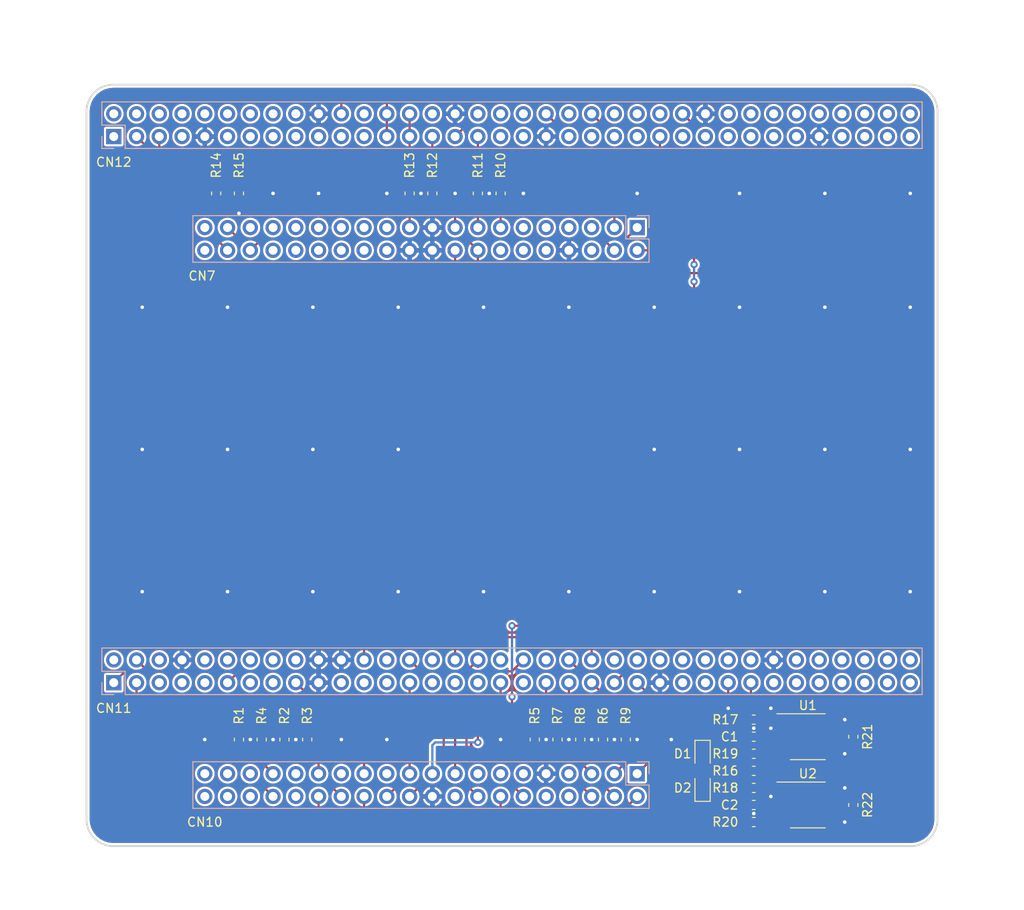
<source format=kicad_pcb>
(kicad_pcb (version 20171130) (host pcbnew "(5.1.4-0)")
  (layers (0 F.Cu signal) (31 B.Cu signal) (34 B.Paste user) (35 F.Paste user) (36 B.SilkS user) (37 F.SilkS user) (38 B.Mask user) (39 F.Mask user) (44 Edge.Cuts user))
  (net 0 "")
  (net 1 GND)
  (net 2 /HiL_Poti)
  (net 3 /DEV_5V)
  (net 4 /PL2_Switch)
  (net 5 /PL1_Switch)
  (net 6 /Disp_CS)
  (net 7 /595_SHCP)
  (net 8 /TL1_Car)
  (net 9 /TL4_Car)
  (net 10 /TL2_Car)
  (net 11 /595_DS)
  (net 12 /TL3_Car)
  (net 13 /595_Reset)
  (net 14 /595_Enable)
  (net 15 /Disp_Reset)
  (net 16 /595_STCP)
  (net 17 /CAN_RX)
  (net 18 /CAN_TX)
  (net 19 /button3_C)
  (net 20 /button3_D)
  (net 21 /button3_B)
  (net 22 /button3_center)
  (net 23 /button3_A)
  (net 24 /Disp_Data-Instr)
  (net 25 +3V3)
  (net 26 "Net-(D1-Pad2)")
  (net 27 "Net-(D1-Pad1)")
  (net 28 "Net-(D2-Pad1)")
  (net 29 /HiL_TL1_Car)
  (net 30 /HiL_button3_A)
  (net 31 /HiL_TL2_Car)
  (net 32 /HiL_button3_B)
  (net 33 /HiL_button3_D)
  (net 34 /HiL_TL3_Car)
  (net 35 /HiL_button3_C)
  (net 36 /HiL_button3_center)
  (net 37 /HiL_TL4_Car)
  (net 38 /HiL_SW5)
  (net 39 /HiL_SW7)
  (net 40 /HiL_LIS2DW12TR_Int2)
  (net 41 /HiL_LIS2DW12TR_Int1)
  (net 42 /HiL_USR_LED2)
  (net 43 /HiL_USR_LED1)
  (net 44 /LIS2DW12TR_Int2)
  (net 45 /LIS2DW12TR_Int1)
  (net 46 /HiL_CAN1_RX)
  (net 47 /HiL_CAN1_TX)
  (net 48 /HiL_I2C1_SDA)
  (net 49 /HiL_I2C1_SCL)
  (net 50 /HiL_UART7_TX)
  (net 51 /HiL_UART7_RX)
  (net 52 /HiL_SPI3_MOSI)
  (net 53 /HiL_SPI3_SCK)
  (net 54 "Net-(CN7-Pad40)")
  (net 55 "Net-(CN7-Pad39)")
  (net 56 "Net-(CN7-Pad35)")
  (net 57 "Net-(CN7-Pad34)")
  (net 58 "Net-(CN7-Pad33)")
  (net 59 "Net-(CN7-Pad32)")
  (net 60 "Net-(CN7-Pad31)")
  (net 61 "Net-(CN7-Pad30)")
  (net 62 "Net-(CN7-Pad29)")
  (net 63 "Net-(CN7-Pad28)")
  (net 64 "Net-(CN7-Pad27)")
  (net 65 "Net-(CN7-Pad26)")
  (net 66 "Net-(CN7-Pad25)")
  (net 67 "Net-(CN7-Pad24)")
  (net 68 "Net-(CN7-Pad23)")
  (net 69 "Net-(CN7-Pad14)")
  (net 70 "Net-(CN7-Pad12)")
  (net 71 "Net-(CN7-Pad11)")
  (net 72 "Net-(CN7-Pad10)")
  (net 73 "Net-(CN7-Pad9)")
  (net 74 "Net-(CN7-Pad7)")
  (net 75 "Net-(CN7-Pad6)")
  (net 76 "Net-(CN7-Pad5)")
  (net 77 "Net-(CN10-Pad40)")
  (net 78 "Net-(CN10-Pad39)")
  (net 79 "Net-(CN10-Pad38)")
  (net 80 "Net-(CN10-Pad37)")
  (net 81 "Net-(CN10-Pad36)")
  (net 82 "Net-(CN10-Pad35)")
  (net 83 "Net-(CN10-Pad32)")
  (net 84 "Net-(CN10-Pad31)")
  (net 85 "Net-(CN10-Pad27)")
  (net 86 "Net-(CN10-Pad23)")
  (net 87 "Net-(CN10-Pad18)")
  (net 88 "Net-(CN10-Pad15)")
  (net 89 "Net-(CN10-Pad13)")
  (net 90 "Net-(CN10-Pad11)")
  (net 91 "Net-(CN10-Pad10)")
  (net 92 "Net-(CN10-Pad8)")
  (net 93 "Net-(CN10-Pad7)")
  (net 94 "Net-(CN11-Pad72)")
  (net 95 "Net-(CN11-Pad71)")
  (net 96 "Net-(CN11-Pad70)")
  (net 97 "Net-(CN11-Pad69)")
  (net 98 "Net-(CN11-Pad68)")
  (net 99 "Net-(CN11-Pad67)")
  (net 100 "Net-(CN11-Pad66)")
  (net 101 "Net-(CN11-Pad65)")
  (net 102 "Net-(CN11-Pad64)")
  (net 103 "Net-(CN11-Pad63)")
  (net 104 "Net-(CN11-Pad62)")
  (net 105 "Net-(CN11-Pad61)")
  (net 106 "Net-(CN11-Pad59)")
  (net 107 "Net-(CN11-Pad58)")
  (net 108 "Net-(CN11-Pad56)")
  (net 109 "Net-(CN11-Pad54)")
  (net 110 "Net-(CN11-Pad53)")
  (net 111 "Net-(CN11-Pad52)")
  (net 112 "Net-(CN11-Pad51)")
  (net 113 "Net-(CN11-Pad50)")
  (net 114 "Net-(CN11-Pad48)")
  (net 115 "Net-(CN11-Pad46)")
  (net 116 "Net-(CN11-Pad40)")
  (net 117 "Net-(CN11-Pad37)")
  (net 118 "Net-(CN11-Pad36)")
  (net 119 "Net-(CN11-Pad33)")
  (net 120 "Net-(CN11-Pad30)")
  (net 121 "Net-(CN11-Pad26)")
  (net 122 "Net-(CN11-Pad25)")
  (net 123 "Net-(CN11-Pad23)")
  (net 124 "Net-(CN11-Pad21)")
  (net 125 "Net-(CN11-Pad18)")
  (net 126 "Net-(CN11-Pad16)")
  (net 127 "Net-(CN11-Pad15)")
  (net 128 "Net-(CN11-Pad14)")
  (net 129 "Net-(CN11-Pad13)")
  (net 130 "Net-(CN11-Pad12)")
  (net 131 "Net-(CN11-Pad10)")
  (net 132 "Net-(CN11-Pad9)")
  (net 133 "Net-(CN11-Pad7)")
  (net 134 "Net-(CN11-Pad6)")
  (net 135 "Net-(CN11-Pad5)")
  (net 136 "Net-(CN11-Pad2)")
  (net 137 "Net-(CN12-Pad72)")
  (net 138 "Net-(CN12-Pad71)")
  (net 139 "Net-(CN12-Pad70)")
  (net 140 "Net-(CN12-Pad69)")
  (net 141 "Net-(CN12-Pad68)")
  (net 142 "Net-(CN12-Pad67)")
  (net 143 "Net-(CN12-Pad66)")
  (net 144 "Net-(CN12-Pad65)")
  (net 145 "Net-(CN12-Pad64)")
  (net 146 "Net-(CN12-Pad62)")
  (net 147 "Net-(CN12-Pad61)")
  (net 148 "Net-(CN12-Pad60)")
  (net 149 "Net-(CN12-Pad59)")
  (net 150 "Net-(CN12-Pad58)")
  (net 151 "Net-(CN12-Pad57)")
  (net 152 "Net-(CN12-Pad56)")
  (net 153 "Net-(CN12-Pad55)")
  (net 154 "Net-(CN12-Pad53)")
  (net 155 "Net-(CN12-Pad51)")
  (net 156 "Net-(CN12-Pad50)")
  (net 157 "Net-(CN12-Pad48)")
  (net 158 "Net-(CN12-Pad47)")
  (net 159 "Net-(CN12-Pad46)")
  (net 160 "Net-(CN12-Pad45)")
  (net 161 "Net-(CN12-Pad43)")
  (net 162 "Net-(CN12-Pad42)")
  (net 163 "Net-(CN12-Pad41)")
  (net 164 "Net-(CN12-Pad38)")
  (net 165 "Net-(CN12-Pad37)")
  (net 166 "Net-(CN12-Pad36)")
  (net 167 "Net-(CN12-Pad35)")
  (net 168 "Net-(CN12-Pad34)")
  (net 169 "Net-(CN12-Pad30)")
  (net 170 "Net-(CN12-Pad24)")
  (net 171 "Net-(CN12-Pad23)")
  (net 172 "Net-(CN12-Pad21)")
  (net 173 "Net-(CN12-Pad19)")
  (net 174 "Net-(CN12-Pad18)")
  (net 175 "Net-(CN12-Pad17)")
  (net 176 "Net-(CN12-Pad16)")
  (net 177 "Net-(CN12-Pad15)")
  (net 178 "Net-(CN12-Pad14)")
  (net 179 "Net-(CN12-Pad13)")
  (net 180 "Net-(CN12-Pad12)")
  (net 181 "Net-(CN12-Pad11)")
  (net 182 "Net-(CN12-Pad10)")
  (net 183 "Net-(CN12-Pad8)")
  (net 184 "Net-(CN12-Pad7)")
  (net 185 "Net-(CN12-Pad6)")
  (net 186 "Net-(CN12-Pad4)")
  (net 187 "Net-(CN12-Pad2)")
  (net 188 "Net-(CN12-Pad1)")
  (net 189 "Net-(CN11-Pad29)")
  (net 190 "Net-(CN11-Pad31)")
  (net 191 "Net-(R21-Pad2)")
  (net 192 "Net-(R21-Pad1)")
  (module Logos:hil_logo_mask (layer F.Cu) (at 129.476501 93.159501)
    (fp_text reference G*** hide)
    (fp_text value LOGO hide)
  )
  (module Resistor_SMD:R_0603_1608Metric (layer F.Cu) (at 138.366501 119.829501 90)
    (fp_text reference R3 (at 1.5875 0 90) (layer F.SilkS) (effects (justify left)))
    (fp_text value 1k)
    (pad 2 smd roundrect (at 0.7875 0 90) (size 0.875 0.95) (layers F.Cu F.Paste F.Mask) (net 34 /HiL_TL3_Car))
    (pad 1 smd roundrect (at -0.7875 0 90) (size 0.875 0.95) (layers F.Cu F.Paste F.Mask) (net 12 /TL3_Car))
  )
  (module Resistor_SMD:R_0603_1608Metric (layer F.Cu) (at 130.746501 119.829501 90)
    (fp_text reference R1 (at 1.5875 0 90) (layer F.SilkS) (effects (justify left)))
    (fp_text value 1k)
    (pad 2 smd roundrect (at 0.7875 0 90) (size 0.875 0.95) (layers F.Cu F.Paste F.Mask) (net 29 /HiL_TL1_Car))
    (pad 1 smd roundrect (at -0.7875 0 90) (size 0.875 0.95) (layers F.Cu F.Paste F.Mask) (net 8 /TL1_Car))
  )
  (module Resistor_SMD:R_0603_1608Metric (layer F.Cu) (at 188.214001 121.417001)
    (fp_text reference R19 (at -3.175 0) (layer F.SilkS))
    (fp_text value 0)
    (pad 2 smd roundrect (at 0.7875 0) (size 0.875 0.95) (layers F.Cu F.Paste F.Mask) (net 46 /HiL_CAN1_RX))
    (pad 1 smd roundrect (at -0.7875 0) (size 0.875 0.95) (layers F.Cu F.Paste F.Mask) (net 26 "Net-(D1-Pad2)"))
  )
  (module Capacitor_SMD:C_0603_1608Metric (layer F.Cu) (at 188.214001 127.132001 180)
    (fp_text reference C2 (at 2.69881 0) (layer F.SilkS))
    (fp_text value 100n)
    (pad 2 smd roundrect (at 0.7875 0 180) (size 0.875 0.95) (layers F.Cu F.Paste F.Mask) (net 1 GND))
    (pad 1 smd roundrect (at -0.7875 0 180) (size 0.875 0.95) (layers F.Cu F.Paste F.Mask) (net 25 +3V3))
  )
  (module Capacitor_SMD:C_0603_1608Metric (layer F.Cu) (at 188.214001 119.512001 180)
    (fp_text reference C1 (at 2.69881 0) (layer F.SilkS))
    (fp_text value 100n)
    (pad 2 smd roundrect (at 0.7875 0 180) (size 0.875 0.95) (layers F.Cu F.Paste F.Mask) (net 1 GND))
    (pad 1 smd roundrect (at -0.7875 0 180) (size 0.875 0.95) (layers F.Cu F.Paste F.Mask) (net 25 +3V3))
  )
  (module Resistor_SMD:R_0603_1608Metric (layer F.Cu) (at 199.326501 119.512001 270)
    (fp_text reference R21 (at 0 -1.5875 90) (layer F.SilkS))
    (fp_text value 120)
    (pad 2 smd roundrect (at 0.7875 0 270) (size 0.875 0.95) (layers F.Cu F.Paste F.Mask) (net 191 "Net-(R21-Pad2)"))
    (pad 1 smd roundrect (at -0.7875 0 270) (size 0.875 0.95) (layers F.Cu F.Paste F.Mask) (net 192 "Net-(R21-Pad1)"))
  )
  (module Resistor_SMD:R_0603_1608Metric (layer F.Cu) (at 188.214001 117.607001)
    (fp_text reference R17 (at -3.175 0) (layer F.SilkS))
    (fp_text value 0)
    (pad 2 smd roundrect (at 0.7875 0) (size 0.875 0.95) (layers F.Cu F.Paste F.Mask) (net 47 /HiL_CAN1_TX))
    (pad 1 smd roundrect (at -0.7875 0) (size 0.875 0.95) (layers F.Cu F.Paste F.Mask) (net 27 "Net-(D1-Pad1)"))
  )
  (module Package_SO:SOIC-8_3.9x4.9mm_P1.27mm (layer F.Cu) (at 194.246501 119.512001)
    (fp_text reference U1 (at 0 -3.4925) (layer F.SilkS))
    (fp_text value SN65HVD233 hide)
    (pad 8 smd roundrect (at 2.475 -1.905) (size 1.95 0.6) (layers F.Cu F.Paste F.Mask) (net 1 GND))
    (pad 7 smd roundrect (at 2.475 -0.635) (size 1.95 0.6) (layers F.Cu F.Paste F.Mask) (net 192 "Net-(R21-Pad1)"))
    (pad 6 smd roundrect (at 2.475 0.635) (size 1.95 0.6) (layers F.Cu F.Paste F.Mask) (net 191 "Net-(R21-Pad2)"))
    (pad 5 smd roundrect (at 2.475 1.905) (size 1.95 0.6) (layers F.Cu F.Paste F.Mask) (net 1 GND))
    (pad 4 smd roundrect (at -2.475 1.905) (size 1.95 0.6) (layers F.Cu F.Paste F.Mask) (net 46 /HiL_CAN1_RX))
    (pad 3 smd roundrect (at -2.475 0.635) (size 1.95 0.6) (layers F.Cu F.Paste F.Mask) (net 25 +3V3))
    (pad 2 smd roundrect (at -2.475 -0.635) (size 1.95 0.6) (layers F.Cu F.Paste F.Mask) (net 1 GND))
    (pad 1 smd roundrect (at -2.475 -1.905) (size 1.95 0.6) (layers F.Cu F.Paste F.Mask) (net 47 /HiL_CAN1_TX))
  )
  (module Resistor_SMD:R_0603_1608Metric (layer F.Cu) (at 157.416501 58.869501 90)
    (fp_text reference R11 (at 1.5875 0 90) (layer F.SilkS) (effects (justify left)))
    (fp_text value 1k)
    (pad 2 smd roundrect (at 0.7875 0 90) (size 0.875 0.95) (layers F.Cu F.Paste F.Mask) (net 40 /HiL_LIS2DW12TR_Int2))
    (pad 1 smd roundrect (at -0.7875 0 90) (size 0.875 0.95) (layers F.Cu F.Paste F.Mask) (net 44 /LIS2DW12TR_Int2))
  )
  (module Resistor_SMD:R_0603_1608Metric (layer F.Cu) (at 159.956501 58.869501 90)
    (fp_text reference R10 (at 1.5875 0 90) (layer F.SilkS) (effects (justify left)))
    (fp_text value 1k)
    (pad 2 smd roundrect (at 0.7875 0 90) (size 0.875 0.95) (layers F.Cu F.Paste F.Mask) (net 41 /HiL_LIS2DW12TR_Int1))
    (pad 1 smd roundrect (at -0.7875 0 90) (size 0.875 0.95) (layers F.Cu F.Paste F.Mask) (net 45 /LIS2DW12TR_Int1))
  )
  (module Connector_PinSocket_2.54mm:PinSocket_2x36_P2.54mm_Vertical (layer B.Cu) (at 116.776501 52.519501 270)
    (fp_text reference CN12 (at 2.8575 0 180) (layer F.SilkS))
    (fp_text value Conn_02x36_Odd_Even)
    (pad 72 thru_hole oval (at -2.54 -88.9 270) (size 1.7 1.7) (drill 1) (layers *.Cu *.Mask) (net 137 "Net-(CN12-Pad72)"))
    (pad 71 thru_hole oval (at 0 -88.9 270) (size 1.7 1.7) (drill 1) (layers *.Cu *.Mask) (net 138 "Net-(CN12-Pad71)"))
    (pad 70 thru_hole oval (at -2.54 -86.36 270) (size 1.7 1.7) (drill 1) (layers *.Cu *.Mask) (net 139 "Net-(CN12-Pad70)"))
    (pad 69 thru_hole oval (at 0 -86.36 270) (size 1.7 1.7) (drill 1) (layers *.Cu *.Mask) (net 140 "Net-(CN12-Pad69)"))
    (pad 68 thru_hole oval (at -2.54 -83.82 270) (size 1.7 1.7) (drill 1) (layers *.Cu *.Mask) (net 141 "Net-(CN12-Pad68)"))
    (pad 67 thru_hole oval (at 0 -83.82 270) (size 1.7 1.7) (drill 1) (layers *.Cu *.Mask) (net 142 "Net-(CN12-Pad67)"))
    (pad 66 thru_hole oval (at -2.54 -81.28 270) (size 1.7 1.7) (drill 1) (layers *.Cu *.Mask) (net 143 "Net-(CN12-Pad66)"))
    (pad 65 thru_hole oval (at 0 -81.28 270) (size 1.7 1.7) (drill 1) (layers *.Cu *.Mask) (net 144 "Net-(CN12-Pad65)"))
    (pad 64 thru_hole oval (at -2.54 -78.74 270) (size 1.7 1.7) (drill 1) (layers *.Cu *.Mask) (net 145 "Net-(CN12-Pad64)"))
    (pad 63 thru_hole oval (at 0 -78.74 270) (size 1.7 1.7) (drill 1) (layers *.Cu *.Mask) (net 1 GND))
    (pad 62 thru_hole oval (at -2.54 -76.2 270) (size 1.7 1.7) (drill 1) (layers *.Cu *.Mask) (net 146 "Net-(CN12-Pad62)"))
    (pad 61 thru_hole oval (at 0 -76.2 270) (size 1.7 1.7) (drill 1) (layers *.Cu *.Mask) (net 147 "Net-(CN12-Pad61)"))
    (pad 60 thru_hole oval (at -2.54 -73.66 270) (size 1.7 1.7) (drill 1) (layers *.Cu *.Mask) (net 148 "Net-(CN12-Pad60)"))
    (pad 59 thru_hole oval (at 0 -73.66 270) (size 1.7 1.7) (drill 1) (layers *.Cu *.Mask) (net 149 "Net-(CN12-Pad59)"))
    (pad 58 thru_hole oval (at -2.54 -71.12 270) (size 1.7 1.7) (drill 1) (layers *.Cu *.Mask) (net 150 "Net-(CN12-Pad58)"))
    (pad 57 thru_hole oval (at 0 -71.12 270) (size 1.7 1.7) (drill 1) (layers *.Cu *.Mask) (net 151 "Net-(CN12-Pad57)"))
    (pad 56 thru_hole oval (at -2.54 -68.58 270) (size 1.7 1.7) (drill 1) (layers *.Cu *.Mask) (net 152 "Net-(CN12-Pad56)"))
    (pad 55 thru_hole oval (at 0 -68.58 270) (size 1.7 1.7) (drill 1) (layers *.Cu *.Mask) (net 153 "Net-(CN12-Pad55)"))
    (pad 54 thru_hole oval (at -2.54 -66.04 270) (size 1.7 1.7) (drill 1) (layers *.Cu *.Mask) (net 1 GND))
    (pad 53 thru_hole oval (at 0 -66.04 270) (size 1.7 1.7) (drill 1) (layers *.Cu *.Mask) (net 154 "Net-(CN12-Pad53)"))
    (pad 52 thru_hole oval (at -2.54 -63.5 270) (size 1.7 1.7) (drill 1) (layers *.Cu *.Mask) (net 14 /595_Enable))
    (pad 51 thru_hole oval (at 0 -63.5 270) (size 1.7 1.7) (drill 1) (layers *.Cu *.Mask) (net 155 "Net-(CN12-Pad51)"))
    (pad 50 thru_hole oval (at -2.54 -60.96 270) (size 1.7 1.7) (drill 1) (layers *.Cu *.Mask) (net 156 "Net-(CN12-Pad50)"))
    (pad 49 thru_hole oval (at 0 -60.96 270) (size 1.7 1.7) (drill 1) (layers *.Cu *.Mask) (net 6 /Disp_CS))
    (pad 48 thru_hole oval (at -2.54 -58.42 270) (size 1.7 1.7) (drill 1) (layers *.Cu *.Mask) (net 157 "Net-(CN12-Pad48)"))
    (pad 47 thru_hole oval (at 0 -58.42 270) (size 1.7 1.7) (drill 1) (layers *.Cu *.Mask) (net 158 "Net-(CN12-Pad47)"))
    (pad 46 thru_hole oval (at -2.54 -55.88 270) (size 1.7 1.7) (drill 1) (layers *.Cu *.Mask) (net 159 "Net-(CN12-Pad46)"))
    (pad 45 thru_hole oval (at 0 -55.88 270) (size 1.7 1.7) (drill 1) (layers *.Cu *.Mask) (net 160 "Net-(CN12-Pad45)"))
    (pad 44 thru_hole oval (at -2.54 -53.34 270) (size 1.7 1.7) (drill 1) (layers *.Cu *.Mask) (net 51 /HiL_UART7_RX))
    (pad 43 thru_hole oval (at 0 -53.34 270) (size 1.7 1.7) (drill 1) (layers *.Cu *.Mask) (net 161 "Net-(CN12-Pad43)"))
    (pad 42 thru_hole oval (at -2.54 -50.8 270) (size 1.7 1.7) (drill 1) (layers *.Cu *.Mask) (net 162 "Net-(CN12-Pad42)"))
    (pad 41 thru_hole oval (at 0 -50.8 270) (size 1.7 1.7) (drill 1) (layers *.Cu *.Mask) (net 163 "Net-(CN12-Pad41)"))
    (pad 40 thru_hole oval (at -2.54 -48.26 270) (size 1.7 1.7) (drill 1) (layers *.Cu *.Mask) (net 50 /HiL_UART7_TX))
    (pad 39 thru_hole oval (at 0 -48.26 270) (size 1.7 1.7) (drill 1) (layers *.Cu *.Mask) (net 1 GND))
    (pad 38 thru_hole oval (at -2.54 -45.72 270) (size 1.7 1.7) (drill 1) (layers *.Cu *.Mask) (net 164 "Net-(CN12-Pad38)"))
    (pad 37 thru_hole oval (at 0 -45.72 270) (size 1.7 1.7) (drill 1) (layers *.Cu *.Mask) (net 165 "Net-(CN12-Pad37)"))
    (pad 36 thru_hole oval (at -2.54 -43.18 270) (size 1.7 1.7) (drill 1) (layers *.Cu *.Mask) (net 166 "Net-(CN12-Pad36)"))
    (pad 35 thru_hole oval (at 0 -43.18 270) (size 1.7 1.7) (drill 1) (layers *.Cu *.Mask) (net 167 "Net-(CN12-Pad35)"))
    (pad 34 thru_hole oval (at -2.54 -40.64 270) (size 1.7 1.7) (drill 1) (layers *.Cu *.Mask) (net 168 "Net-(CN12-Pad34)"))
    (pad 33 thru_hole oval (at 0 -40.64 270) (size 1.7 1.7) (drill 1) (layers *.Cu *.Mask) (net 41 /HiL_LIS2DW12TR_Int1))
    (pad 32 thru_hole oval (at -2.54 -38.1 270) (size 1.7 1.7) (drill 1) (layers *.Cu *.Mask) (net 1 GND))
    (pad 31 thru_hole oval (at 0 -38.1 270) (size 1.7 1.7) (drill 1) (layers *.Cu *.Mask) (net 7 /595_SHCP))
    (pad 30 thru_hole oval (at -2.54 -35.56 270) (size 1.7 1.7) (drill 1) (layers *.Cu *.Mask) (net 169 "Net-(CN12-Pad30)"))
    (pad 29 thru_hole oval (at 0 -35.56 270) (size 1.7 1.7) (drill 1) (layers *.Cu *.Mask) (net 40 /HiL_LIS2DW12TR_Int2))
    (pad 28 thru_hole oval (at -2.54 -33.02 270) (size 1.7 1.7) (drill 1) (layers *.Cu *.Mask) (net 39 /HiL_SW7))
    (pad 27 thru_hole oval (at 0 -33.02 270) (size 1.7 1.7) (drill 1) (layers *.Cu *.Mask) (net 39 /HiL_SW7))
    (pad 26 thru_hole oval (at -2.54 -30.48 270) (size 1.7 1.7) (drill 1) (layers *.Cu *.Mask) (net 38 /HiL_SW5))
    (pad 25 thru_hole oval (at 0 -30.48 270) (size 1.7 1.7) (drill 1) (layers *.Cu *.Mask) (net 38 /HiL_SW5))
    (pad 24 thru_hole oval (at -2.54 -27.94 270) (size 1.7 1.7) (drill 1) (layers *.Cu *.Mask) (net 170 "Net-(CN12-Pad24)"))
    (pad 23 thru_hole oval (at 0 -27.94 270) (size 1.7 1.7) (drill 1) (layers *.Cu *.Mask) (net 171 "Net-(CN12-Pad23)"))
    (pad 22 thru_hole oval (at -2.54 -25.4 270) (size 1.7 1.7) (drill 1) (layers *.Cu *.Mask) (net 52 /HiL_SPI3_MOSI))
    (pad 21 thru_hole oval (at 0 -25.4 270) (size 1.7 1.7) (drill 1) (layers *.Cu *.Mask) (net 172 "Net-(CN12-Pad21)"))
    (pad 20 thru_hole oval (at -2.54 -22.86 270) (size 1.7 1.7) (drill 1) (layers *.Cu *.Mask) (net 1 GND))
    (pad 19 thru_hole oval (at 0 -22.86 270) (size 1.7 1.7) (drill 1) (layers *.Cu *.Mask) (net 173 "Net-(CN12-Pad19)"))
    (pad 18 thru_hole oval (at -2.54 -20.32 270) (size 1.7 1.7) (drill 1) (layers *.Cu *.Mask) (net 174 "Net-(CN12-Pad18)"))
    (pad 17 thru_hole oval (at 0 -20.32 270) (size 1.7 1.7) (drill 1) (layers *.Cu *.Mask) (net 175 "Net-(CN12-Pad17)"))
    (pad 16 thru_hole oval (at -2.54 -17.78 270) (size 1.7 1.7) (drill 1) (layers *.Cu *.Mask) (net 176 "Net-(CN12-Pad16)"))
    (pad 15 thru_hole oval (at 0 -17.78 270) (size 1.7 1.7) (drill 1) (layers *.Cu *.Mask) (net 177 "Net-(CN12-Pad15)"))
    (pad 14 thru_hole oval (at -2.54 -15.24 270) (size 1.7 1.7) (drill 1) (layers *.Cu *.Mask) (net 178 "Net-(CN12-Pad14)"))
    (pad 13 thru_hole oval (at 0 -15.24 270) (size 1.7 1.7) (drill 1) (layers *.Cu *.Mask) (net 179 "Net-(CN12-Pad13)"))
    (pad 12 thru_hole oval (at -2.54 -12.7 270) (size 1.7 1.7) (drill 1) (layers *.Cu *.Mask) (net 180 "Net-(CN12-Pad12)"))
    (pad 11 thru_hole oval (at 0 -12.7 270) (size 1.7 1.7) (drill 1) (layers *.Cu *.Mask) (net 181 "Net-(CN12-Pad11)"))
    (pad 10 thru_hole oval (at -2.54 -10.16 270) (size 1.7 1.7) (drill 1) (layers *.Cu *.Mask) (net 182 "Net-(CN12-Pad10)"))
    (pad 9 thru_hole oval (at 0 -10.16 270) (size 1.7 1.7) (drill 1) (layers *.Cu *.Mask) (net 1 GND))
    (pad 8 thru_hole oval (at -2.54 -7.62 270) (size 1.7 1.7) (drill 1) (layers *.Cu *.Mask) (net 183 "Net-(CN12-Pad8)"))
    (pad 7 thru_hole oval (at 0 -7.62 270) (size 1.7 1.7) (drill 1) (layers *.Cu *.Mask) (net 184 "Net-(CN12-Pad7)"))
    (pad 6 thru_hole oval (at -2.54 -5.08 270) (size 1.7 1.7) (drill 1) (layers *.Cu *.Mask) (net 185 "Net-(CN12-Pad6)"))
    (pad 5 thru_hole oval (at 0 -5.08 270) (size 1.7 1.7) (drill 1) (layers *.Cu *.Mask) (net 48 /HiL_I2C1_SDA))
    (pad 4 thru_hole oval (at -2.54 -2.54 270) (size 1.7 1.7) (drill 1) (layers *.Cu *.Mask) (net 186 "Net-(CN12-Pad4)"))
    (pad 3 thru_hole oval (at 0 -2.54 270) (size 1.7 1.7) (drill 1) (layers *.Cu *.Mask) (net 49 /HiL_I2C1_SCL))
    (pad 2 thru_hole oval (at -2.54 0 270) (size 1.7 1.7) (drill 1) (layers *.Cu *.Mask) (net 187 "Net-(CN12-Pad2)"))
    (pad 1 thru_hole rect (at 0 0 270) (size 1.7 1.7) (drill 1) (layers *.Cu *.Mask) (net 188 "Net-(CN12-Pad1)"))
  )
  (module Connector_PinSocket_2.54mm:PinSocket_2x36_P2.54mm_Vertical (layer B.Cu) (at 116.776501 113.479501 270)
    (fp_text reference CN11 (at 2.8575 0 180) (layer F.SilkS))
    (fp_text value Conn_02x36_Odd_Even)
    (pad 72 thru_hole oval (at -2.54 -88.9 270) (size 1.7 1.7) (drill 1) (layers *.Cu *.Mask) (net 94 "Net-(CN11-Pad72)"))
    (pad 71 thru_hole oval (at 0 -88.9 270) (size 1.7 1.7) (drill 1) (layers *.Cu *.Mask) (net 95 "Net-(CN11-Pad71)"))
    (pad 70 thru_hole oval (at -2.54 -86.36 270) (size 1.7 1.7) (drill 1) (layers *.Cu *.Mask) (net 96 "Net-(CN11-Pad70)"))
    (pad 69 thru_hole oval (at 0 -86.36 270) (size 1.7 1.7) (drill 1) (layers *.Cu *.Mask) (net 97 "Net-(CN11-Pad69)"))
    (pad 68 thru_hole oval (at -2.54 -83.82 270) (size 1.7 1.7) (drill 1) (layers *.Cu *.Mask) (net 98 "Net-(CN11-Pad68)"))
    (pad 67 thru_hole oval (at 0 -83.82 270) (size 1.7 1.7) (drill 1) (layers *.Cu *.Mask) (net 99 "Net-(CN11-Pad67)"))
    (pad 66 thru_hole oval (at -2.54 -81.28 270) (size 1.7 1.7) (drill 1) (layers *.Cu *.Mask) (net 100 "Net-(CN11-Pad66)"))
    (pad 65 thru_hole oval (at 0 -81.28 270) (size 1.7 1.7) (drill 1) (layers *.Cu *.Mask) (net 101 "Net-(CN11-Pad65)"))
    (pad 64 thru_hole oval (at -2.54 -78.74 270) (size 1.7 1.7) (drill 1) (layers *.Cu *.Mask) (net 102 "Net-(CN11-Pad64)"))
    (pad 63 thru_hole oval (at 0 -78.74 270) (size 1.7 1.7) (drill 1) (layers *.Cu *.Mask) (net 103 "Net-(CN11-Pad63)"))
    (pad 62 thru_hole oval (at -2.54 -76.2 270) (size 1.7 1.7) (drill 1) (layers *.Cu *.Mask) (net 104 "Net-(CN11-Pad62)"))
    (pad 61 thru_hole oval (at 0 -76.2 270) (size 1.7 1.7) (drill 1) (layers *.Cu *.Mask) (net 105 "Net-(CN11-Pad61)"))
    (pad 60 thru_hole oval (at -2.54 -73.66 270) (size 1.7 1.7) (drill 1) (layers *.Cu *.Mask) (net 1 GND))
    (pad 59 thru_hole oval (at 0 -73.66 270) (size 1.7 1.7) (drill 1) (layers *.Cu *.Mask) (net 106 "Net-(CN11-Pad59)"))
    (pad 58 thru_hole oval (at -2.54 -71.12 270) (size 1.7 1.7) (drill 1) (layers *.Cu *.Mask) (net 107 "Net-(CN11-Pad58)"))
    (pad 57 thru_hole oval (at 0 -71.12 270) (size 1.7 1.7) (drill 1) (layers *.Cu *.Mask) (net 46 /HiL_CAN1_RX))
    (pad 56 thru_hole oval (at -2.54 -68.58 270) (size 1.7 1.7) (drill 1) (layers *.Cu *.Mask) (net 108 "Net-(CN11-Pad56)"))
    (pad 55 thru_hole oval (at 0 -68.58 270) (size 1.7 1.7) (drill 1) (layers *.Cu *.Mask) (net 47 /HiL_CAN1_TX))
    (pad 54 thru_hole oval (at -2.54 -66.04 270) (size 1.7 1.7) (drill 1) (layers *.Cu *.Mask) (net 109 "Net-(CN11-Pad54)"))
    (pad 53 thru_hole oval (at 0 -66.04 270) (size 1.7 1.7) (drill 1) (layers *.Cu *.Mask) (net 110 "Net-(CN11-Pad53)"))
    (pad 52 thru_hole oval (at -2.54 -63.5 270) (size 1.7 1.7) (drill 1) (layers *.Cu *.Mask) (net 111 "Net-(CN11-Pad52)"))
    (pad 51 thru_hole oval (at 0 -63.5 270) (size 1.7 1.7) (drill 1) (layers *.Cu *.Mask) (net 112 "Net-(CN11-Pad51)"))
    (pad 50 thru_hole oval (at -2.54 -60.96 270) (size 1.7 1.7) (drill 1) (layers *.Cu *.Mask) (net 113 "Net-(CN11-Pad50)"))
    (pad 49 thru_hole oval (at 0 -60.96 270) (size 1.7 1.7) (drill 1) (layers *.Cu *.Mask) (net 1 GND))
    (pad 48 thru_hole oval (at -2.54 -58.42 270) (size 1.7 1.7) (drill 1) (layers *.Cu *.Mask) (net 114 "Net-(CN11-Pad48)"))
    (pad 47 thru_hole oval (at 0 -58.42 270) (size 1.7 1.7) (drill 1) (layers *.Cu *.Mask) (net 24 /Disp_Data-Instr))
    (pad 46 thru_hole oval (at -2.54 -55.88 270) (size 1.7 1.7) (drill 1) (layers *.Cu *.Mask) (net 115 "Net-(CN11-Pad46)"))
    (pad 45 thru_hole oval (at 0 -55.88 270) (size 1.7 1.7) (drill 1) (layers *.Cu *.Mask) (net 11 /595_DS))
    (pad 44 thru_hole oval (at -2.54 -53.34 270) (size 1.7 1.7) (drill 1) (layers *.Cu *.Mask) (net 30 /HiL_button3_A))
    (pad 43 thru_hole oval (at 0 -53.34 270) (size 1.7 1.7) (drill 1) (layers *.Cu *.Mask) (net 36 /HiL_button3_center))
    (pad 42 thru_hole oval (at -2.54 -50.8 270) (size 1.7 1.7) (drill 1) (layers *.Cu *.Mask) (net 32 /HiL_button3_B))
    (pad 41 thru_hole oval (at 0 -50.8 270) (size 1.7 1.7) (drill 1) (layers *.Cu *.Mask) (net 33 /HiL_button3_D))
    (pad 40 thru_hole oval (at -2.54 -48.26 270) (size 1.7 1.7) (drill 1) (layers *.Cu *.Mask) (net 116 "Net-(CN11-Pad40)"))
    (pad 39 thru_hole oval (at 0 -48.26 270) (size 1.7 1.7) (drill 1) (layers *.Cu *.Mask) (net 35 /HiL_button3_C))
    (pad 38 thru_hole oval (at -2.54 -45.72 270) (size 1.7 1.7) (drill 1) (layers *.Cu *.Mask) (net 15 /Disp_Reset))
    (pad 37 thru_hole oval (at 0 -45.72 270) (size 1.7 1.7) (drill 1) (layers *.Cu *.Mask) (net 117 "Net-(CN11-Pad37)"))
    (pad 36 thru_hole oval (at -2.54 -43.18 270) (size 1.7 1.7) (drill 1) (layers *.Cu *.Mask) (net 118 "Net-(CN11-Pad36)"))
    (pad 35 thru_hole oval (at 0 -43.18 270) (size 1.7 1.7) (drill 1) (layers *.Cu *.Mask) (net 16 /595_STCP))
    (pad 34 thru_hole oval (at -2.54 -40.64 270) (size 1.7 1.7) (drill 1) (layers *.Cu *.Mask) (net 42 /HiL_USR_LED2))
    (pad 33 thru_hole oval (at 0 -40.64 270) (size 1.7 1.7) (drill 1) (layers *.Cu *.Mask) (net 119 "Net-(CN11-Pad33)"))
    (pad 32 thru_hole oval (at -2.54 -38.1 270) (size 1.7 1.7) (drill 1) (layers *.Cu *.Mask) (net 2 /HiL_Poti))
    (pad 31 thru_hole oval (at 0 -38.1 270) (size 1.7 1.7) (drill 1) (layers *.Cu *.Mask) (net 190 "Net-(CN11-Pad31)"))
    (pad 30 thru_hole oval (at -2.54 -35.56 270) (size 1.7 1.7) (drill 1) (layers *.Cu *.Mask) (net 120 "Net-(CN11-Pad30)"))
    (pad 29 thru_hole oval (at 0 -35.56 270) (size 1.7 1.7) (drill 1) (layers *.Cu *.Mask) (net 189 "Net-(CN11-Pad29)"))
    (pad 28 thru_hole oval (at -2.54 -33.02 270) (size 1.7 1.7) (drill 1) (layers *.Cu *.Mask) (net 43 /HiL_USR_LED1))
    (pad 27 thru_hole oval (at 0 -33.02 270) (size 1.7 1.7) (drill 1) (layers *.Cu *.Mask) (net 13 /595_Reset))
    (pad 26 thru_hole oval (at -2.54 -30.48 270) (size 1.7 1.7) (drill 1) (layers *.Cu *.Mask) (net 121 "Net-(CN11-Pad26)"))
    (pad 25 thru_hole oval (at 0 -30.48 270) (size 1.7 1.7) (drill 1) (layers *.Cu *.Mask) (net 122 "Net-(CN11-Pad25)"))
    (pad 24 thru_hole oval (at -2.54 -27.94 270) (size 1.7 1.7) (drill 1) (layers *.Cu *.Mask) (net 3 /DEV_5V))
    (pad 23 thru_hole oval (at 0 -27.94 270) (size 1.7 1.7) (drill 1) (layers *.Cu *.Mask) (net 123 "Net-(CN11-Pad23)"))
    (pad 22 thru_hole oval (at -2.54 -25.4 270) (size 1.7 1.7) (drill 1) (layers *.Cu *.Mask) (net 1 GND))
    (pad 21 thru_hole oval (at 0 -25.4 270) (size 1.7 1.7) (drill 1) (layers *.Cu *.Mask) (net 124 "Net-(CN11-Pad21)"))
    (pad 20 thru_hole oval (at -2.54 -22.86 270) (size 1.7 1.7) (drill 1) (layers *.Cu *.Mask) (net 1 GND))
    (pad 19 thru_hole oval (at 0 -22.86 270) (size 1.7 1.7) (drill 1) (layers *.Cu *.Mask) (net 1 GND))
    (pad 18 thru_hole oval (at -2.54 -20.32 270) (size 1.7 1.7) (drill 1) (layers *.Cu *.Mask) (net 125 "Net-(CN11-Pad18)"))
    (pad 17 thru_hole oval (at 0 -20.32 270) (size 1.7 1.7) (drill 1) (layers *.Cu *.Mask) (net 34 /HiL_TL3_Car))
    (pad 16 thru_hole oval (at -2.54 -17.78 270) (size 1.7 1.7) (drill 1) (layers *.Cu *.Mask) (net 126 "Net-(CN11-Pad16)"))
    (pad 15 thru_hole oval (at 0 -17.78 270) (size 1.7 1.7) (drill 1) (layers *.Cu *.Mask) (net 127 "Net-(CN11-Pad15)"))
    (pad 14 thru_hole oval (at -2.54 -15.24 270) (size 1.7 1.7) (drill 1) (layers *.Cu *.Mask) (net 128 "Net-(CN11-Pad14)"))
    (pad 13 thru_hole oval (at 0 -15.24 270) (size 1.7 1.7) (drill 1) (layers *.Cu *.Mask) (net 129 "Net-(CN11-Pad13)"))
    (pad 12 thru_hole oval (at -2.54 -12.7 270) (size 1.7 1.7) (drill 1) (layers *.Cu *.Mask) (net 130 "Net-(CN11-Pad12)"))
    (pad 11 thru_hole oval (at 0 -12.7 270) (size 1.7 1.7) (drill 1) (layers *.Cu *.Mask) (net 31 /HiL_TL2_Car))
    (pad 10 thru_hole oval (at -2.54 -10.16 270) (size 1.7 1.7) (drill 1) (layers *.Cu *.Mask) (net 131 "Net-(CN11-Pad10)"))
    (pad 9 thru_hole oval (at 0 -10.16 270) (size 1.7 1.7) (drill 1) (layers *.Cu *.Mask) (net 132 "Net-(CN11-Pad9)"))
    (pad 8 thru_hole oval (at -2.54 -7.62 270) (size 1.7 1.7) (drill 1) (layers *.Cu *.Mask) (net 1 GND))
    (pad 7 thru_hole oval (at 0 -7.62 270) (size 1.7 1.7) (drill 1) (layers *.Cu *.Mask) (net 133 "Net-(CN11-Pad7)"))
    (pad 6 thru_hole oval (at -2.54 -5.08 270) (size 1.7 1.7) (drill 1) (layers *.Cu *.Mask) (net 134 "Net-(CN11-Pad6)"))
    (pad 5 thru_hole oval (at 0 -5.08 270) (size 1.7 1.7) (drill 1) (layers *.Cu *.Mask) (net 135 "Net-(CN11-Pad5)"))
    (pad 4 thru_hole oval (at -2.54 -2.54 270) (size 1.7 1.7) (drill 1) (layers *.Cu *.Mask) (net 37 /HiL_TL4_Car))
    (pad 3 thru_hole oval (at 0 -2.54 270) (size 1.7 1.7) (drill 1) (layers *.Cu *.Mask) (net 29 /HiL_TL1_Car))
    (pad 2 thru_hole oval (at -2.54 0 270) (size 1.7 1.7) (drill 1) (layers *.Cu *.Mask) (net 136 "Net-(CN11-Pad2)"))
    (pad 1 thru_hole rect (at 0 0 270) (size 1.7 1.7) (drill 1) (layers *.Cu *.Mask) (net 53 /HiL_SPI3_SCK))
  )
  (module Resistor_SMD:R_0603_1608Metric (layer F.Cu) (at 188.214001 129.037001 180)
    (fp_text reference R20 (at 3.175 0) (layer F.SilkS))
    (fp_text value 0)
    (pad 2 smd roundrect (at 0.7875 0 180) (size 0.875 0.95) (layers F.Cu F.Paste F.Mask) (net 26 "Net-(D1-Pad2)"))
    (pad 1 smd roundrect (at -0.7875 0 180) (size 0.875 0.95) (layers F.Cu F.Paste F.Mask) (net 17 /CAN_RX))
  )
  (module Resistor_SMD:R_0603_1608Metric (layer F.Cu) (at 188.214001 125.227001 180)
    (fp_text reference R18 (at 3.175 0) (layer F.SilkS))
    (fp_text value 0)
    (pad 2 smd roundrect (at 0.7875 0 180) (size 0.875 0.95) (layers F.Cu F.Paste F.Mask) (net 28 "Net-(D2-Pad1)"))
    (pad 1 smd roundrect (at -0.7875 0 180) (size 0.875 0.95) (layers F.Cu F.Paste F.Mask) (net 18 /CAN_TX))
  )
  (module Resistor_SMD:R_0603_1608Metric (layer F.Cu) (at 199.326501 127.132001 270)
    (fp_text reference R22 (at 0 -1.5875 90) (layer F.SilkS))
    (fp_text value 120)
    (pad 2 smd roundrect (at 0.7875 0 270) (size 0.875 0.95) (layers F.Cu F.Paste F.Mask) (net 191 "Net-(R21-Pad2)"))
    (pad 1 smd roundrect (at -0.7875 0 270) (size 0.875 0.95) (layers F.Cu F.Paste F.Mask) (net 192 "Net-(R21-Pad1)"))
  )
  (module Resistor_SMD:R_0603_1608Metric (layer F.Cu) (at 188.214001 123.322001 180)
    (fp_text reference R16 (at 3.175 0) (layer F.SilkS))
    (fp_text value 3k3)
    (pad 2 smd roundrect (at 0.7875 0 180) (size 0.875 0.95) (layers F.Cu F.Paste F.Mask) (net 26 "Net-(D1-Pad2)"))
    (pad 1 smd roundrect (at -0.7875 0 180) (size 0.875 0.95) (layers F.Cu F.Paste F.Mask) (net 25 +3V3))
  )
  (module Resistor_SMD:R_0603_1608Metric (layer F.Cu) (at 130.746501 58.869501 270)
    (fp_text reference R15 (at -1.5875 0 90) (layer F.SilkS) (effects (justify left)))
    (fp_text value 10k)
    (pad 2 smd roundrect (at 0.7875 0 270) (size 0.875 0.95) (layers F.Cu F.Paste F.Mask) (net 48 /HiL_I2C1_SDA))
    (pad 1 smd roundrect (at -0.7875 0 270) (size 0.875 0.95) (layers F.Cu F.Paste F.Mask) (net 25 +3V3))
  )
  (module Resistor_SMD:R_0603_1608Metric (layer F.Cu) (at 128.206501 58.869501 270)
    (fp_text reference R14 (at -1.5875 0 90) (layer F.SilkS) (effects (justify left)))
    (fp_text value 10k)
    (pad 2 smd roundrect (at 0.7875 0 270) (size 0.875 0.95) (layers F.Cu F.Paste F.Mask) (net 49 /HiL_I2C1_SCL))
    (pad 1 smd roundrect (at -0.7875 0 270) (size 0.875 0.95) (layers F.Cu F.Paste F.Mask) (net 25 +3V3))
  )
  (module Resistor_SMD:R_0603_1608Metric (layer F.Cu) (at 149.796501 58.869501 90)
    (fp_text reference R13 (at 1.5875 0 90) (layer F.SilkS) (effects (justify left)))
    (fp_text value 1k)
    (pad 2 smd roundrect (at 0.7875 0 90) (size 0.875 0.95) (layers F.Cu F.Paste F.Mask) (net 39 /HiL_SW7))
    (pad 1 smd roundrect (at -0.7875 0 90) (size 0.875 0.95) (layers F.Cu F.Paste F.Mask) (net 4 /PL2_Switch))
  )
  (module Resistor_SMD:R_0603_1608Metric (layer F.Cu) (at 152.336501 58.869501 90)
    (fp_text reference R12 (at 1.5875 0 90) (layer F.SilkS) (effects (justify left)))
    (fp_text value 1k)
    (pad 2 smd roundrect (at 0.7875 0 90) (size 0.875 0.95) (layers F.Cu F.Paste F.Mask) (net 38 /HiL_SW5))
    (pad 1 smd roundrect (at -0.7875 0 90) (size 0.875 0.95) (layers F.Cu F.Paste F.Mask) (net 5 /PL1_Switch))
  )
  (module Resistor_SMD:R_0603_1608Metric (layer F.Cu) (at 133.286501 119.829501 90)
    (fp_text reference R4 (at 1.5875 0 90) (layer F.SilkS) (effects (justify left)))
    (fp_text value 1k)
    (pad 2 smd roundrect (at 0.7875 0 90) (size 0.875 0.95) (layers F.Cu F.Paste F.Mask) (net 37 /HiL_TL4_Car))
    (pad 1 smd roundrect (at -0.7875 0 90) (size 0.875 0.95) (layers F.Cu F.Paste F.Mask) (net 9 /TL4_Car))
  )
  (module Resistor_SMD:R_0603_1608Metric (layer F.Cu) (at 173.926501 119.829501 90)
    (fp_text reference R9 (at 1.5875 0 90) (layer F.SilkS) (effects (justify left)))
    (fp_text value 1k)
    (pad 2 smd roundrect (at 0.7875 0 90) (size 0.875 0.95) (layers F.Cu F.Paste F.Mask) (net 36 /HiL_button3_center))
    (pad 1 smd roundrect (at -0.7875 0 90) (size 0.875 0.95) (layers F.Cu F.Paste F.Mask) (net 22 /button3_center))
  )
  (module Resistor_SMD:R_0603_1608Metric (layer F.Cu) (at 166.306501 119.829501 90)
    (fp_text reference R7 (at 1.5875 0 90) (layer F.SilkS) (effects (justify left)))
    (fp_text value 1k)
    (pad 2 smd roundrect (at 0.7875 0 90) (size 0.875 0.95) (layers F.Cu F.Paste F.Mask) (net 35 /HiL_button3_C))
    (pad 1 smd roundrect (at -0.7875 0 90) (size 0.875 0.95) (layers F.Cu F.Paste F.Mask) (net 19 /button3_C))
  )
  (module Resistor_SMD:R_0603_1608Metric (layer F.Cu) (at 168.846501 119.829501 90)
    (fp_text reference R8 (at 1.5875 0 90) (layer F.SilkS) (effects (justify left)))
    (fp_text value 1k)
    (pad 2 smd roundrect (at 0.7875 0 90) (size 0.875 0.95) (layers F.Cu F.Paste F.Mask) (net 33 /HiL_button3_D))
    (pad 1 smd roundrect (at -0.7875 0 90) (size 0.875 0.95) (layers F.Cu F.Paste F.Mask) (net 20 /button3_D))
  )
  (module Resistor_SMD:R_0603_1608Metric (layer F.Cu) (at 171.386501 119.829501 90)
    (fp_text reference R6 (at 1.5875 0 90) (layer F.SilkS) (effects (justify left)))
    (fp_text value 1k)
    (pad 2 smd roundrect (at 0.7875 0 90) (size 0.875 0.95) (layers F.Cu F.Paste F.Mask) (net 32 /HiL_button3_B))
    (pad 1 smd roundrect (at -0.7875 0 90) (size 0.875 0.95) (layers F.Cu F.Paste F.Mask) (net 21 /button3_B))
  )
  (module Resistor_SMD:R_0603_1608Metric (layer F.Cu) (at 135.826501 119.829501 90)
    (fp_text reference R2 (at 1.5875 0 90) (layer F.SilkS) (effects (justify left)))
    (fp_text value 1k)
    (pad 2 smd roundrect (at 0.7875 0 90) (size 0.875 0.95) (layers F.Cu F.Paste F.Mask) (net 31 /HiL_TL2_Car))
    (pad 1 smd roundrect (at -0.7875 0 90) (size 0.875 0.95) (layers F.Cu F.Paste F.Mask) (net 10 /TL2_Car))
  )
  (module Resistor_SMD:R_0603_1608Metric (layer F.Cu) (at 163.766501 119.829501 90)
    (fp_text reference R5 (at 1.5875 0 90) (layer F.SilkS) (effects (justify left)))
    (fp_text value 1k)
    (pad 2 smd roundrect (at 0.7875 0 90) (size 0.875 0.95) (layers F.Cu F.Paste F.Mask) (net 30 /HiL_button3_A))
    (pad 1 smd roundrect (at -0.7875 0 90) (size 0.875 0.95) (layers F.Cu F.Paste F.Mask) (net 23 /button3_A))
  )
  (module Diode_SMD:D_SOD-323 (layer F.Cu) (at 182.499001 125.227001 90)
    (fp_text reference D2 (at 0 -2.2225 180) (layer F.SilkS))
    (fp_text value D)
    (pad 2 smd rect (at 1.05 0 90) (size 0.6 0.45) (layers F.Cu F.Paste F.Mask) (net 26 "Net-(D1-Pad2)"))
    (pad 1 smd rect (at -1.05 0 90) (size 0.6 0.45) (layers F.Cu F.Paste F.Mask) (net 28 "Net-(D2-Pad1)"))
  )
  (module Diode_SMD:D_SOD-323 (layer F.Cu) (at 182.499001 121.417001 270)
    (fp_text reference D1 (at 0 2.2225) (layer F.SilkS))
    (fp_text value D)
    (pad 2 smd rect (at 1.05 0 270) (size 0.6 0.45) (layers F.Cu F.Paste F.Mask) (net 26 "Net-(D1-Pad2)"))
    (pad 1 smd rect (at -1.05 0 270) (size 0.6 0.45) (layers F.Cu F.Paste F.Mask) (net 27 "Net-(D1-Pad1)"))
  )
  (module Package_SO:SOIC-8_3.9x4.9mm_P1.27mm (layer F.Cu) (at 194.246501 127.132001)
    (fp_text reference U2 (at 0 -3.4925) (layer F.SilkS))
    (fp_text value SN65HVD233)
    (pad 8 smd roundrect (at 2.475 -1.905) (size 1.95 0.6) (layers F.Cu F.Paste F.Mask) (net 1 GND))
    (pad 7 smd roundrect (at 2.475 -0.635) (size 1.95 0.6) (layers F.Cu F.Paste F.Mask) (net 192 "Net-(R21-Pad1)"))
    (pad 6 smd roundrect (at 2.475 0.635) (size 1.95 0.6) (layers F.Cu F.Paste F.Mask) (net 191 "Net-(R21-Pad2)"))
    (pad 5 smd roundrect (at 2.475 1.905) (size 1.95 0.6) (layers F.Cu F.Paste F.Mask) (net 1 GND))
    (pad 4 smd roundrect (at -2.475 1.905) (size 1.95 0.6) (layers F.Cu F.Paste F.Mask) (net 17 /CAN_RX))
    (pad 3 smd roundrect (at -2.475 0.635) (size 1.95 0.6) (layers F.Cu F.Paste F.Mask) (net 25 +3V3))
    (pad 2 smd roundrect (at -2.475 -0.635) (size 1.95 0.6) (layers F.Cu F.Paste F.Mask) (net 1 GND))
    (pad 1 smd roundrect (at -2.475 -1.905) (size 1.95 0.6) (layers F.Cu F.Paste F.Mask) (net 18 /CAN_TX))
  )
  (module Connector_PinSocket_2.54mm:PinSocket_2x20_P2.54mm_Vertical (layer B.Cu) (at 175.196501 123.639501 90)
    (fp_text reference CN10 (at -5.3975 -48.26) (layer F.SilkS))
    (fp_text value Conn_02x20_Odd_Even)
    (pad 40 thru_hole oval (at -2.54 -48.26 90) (size 1.7 1.7) (drill 1) (layers *.Cu *.Mask) (net 77 "Net-(CN10-Pad40)"))
    (pad 39 thru_hole oval (at 0 -48.26 90) (size 1.7 1.7) (drill 1) (layers *.Cu *.Mask) (net 78 "Net-(CN10-Pad39)"))
    (pad 38 thru_hole oval (at -2.54 -45.72 90) (size 1.7 1.7) (drill 1) (layers *.Cu *.Mask) (net 79 "Net-(CN10-Pad38)"))
    (pad 37 thru_hole oval (at 0 -45.72 90) (size 1.7 1.7) (drill 1) (layers *.Cu *.Mask) (net 80 "Net-(CN10-Pad37)"))
    (pad 36 thru_hole oval (at -2.54 -43.18 90) (size 1.7 1.7) (drill 1) (layers *.Cu *.Mask) (net 81 "Net-(CN10-Pad36)"))
    (pad 35 thru_hole oval (at 0 -43.18 90) (size 1.7 1.7) (drill 1) (layers *.Cu *.Mask) (net 82 "Net-(CN10-Pad35)"))
    (pad 34 thru_hole oval (at -2.54 -40.64 90) (size 1.7 1.7) (drill 1) (layers *.Cu *.Mask) (net 8 /TL1_Car))
    (pad 33 thru_hole oval (at 0 -40.64 90) (size 1.7 1.7) (drill 1) (layers *.Cu *.Mask) (net 9 /TL4_Car))
    (pad 32 thru_hole oval (at -2.54 -38.1 90) (size 1.7 1.7) (drill 1) (layers *.Cu *.Mask) (net 83 "Net-(CN10-Pad32)"))
    (pad 31 thru_hole oval (at 0 -38.1 90) (size 1.7 1.7) (drill 1) (layers *.Cu *.Mask) (net 84 "Net-(CN10-Pad31)"))
    (pad 30 thru_hole oval (at -2.54 -35.56 90) (size 1.7 1.7) (drill 1) (layers *.Cu *.Mask) (net 10 /TL2_Car))
    (pad 29 thru_hole oval (at 0 -35.56 90) (size 1.7 1.7) (drill 1) (layers *.Cu *.Mask) (net 11 /595_DS))
    (pad 28 thru_hole oval (at -2.54 -33.02 90) (size 1.7 1.7) (drill 1) (layers *.Cu *.Mask) (net 12 /TL3_Car))
    (pad 27 thru_hole oval (at 0 -33.02 90) (size 1.7 1.7) (drill 1) (layers *.Cu *.Mask) (net 85 "Net-(CN10-Pad27)"))
    (pad 26 thru_hole oval (at -2.54 -30.48 90) (size 1.7 1.7) (drill 1) (layers *.Cu *.Mask) (net 42 /HiL_USR_LED2))
    (pad 25 thru_hole oval (at 0 -30.48 90) (size 1.7 1.7) (drill 1) (layers *.Cu *.Mask) (net 53 /HiL_SPI3_SCK))
    (pad 24 thru_hole oval (at -2.54 -27.94 90) (size 1.7 1.7) (drill 1) (layers *.Cu *.Mask) (net 2 /HiL_Poti))
    (pad 23 thru_hole oval (at 0 -27.94 90) (size 1.7 1.7) (drill 1) (layers *.Cu *.Mask) (net 86 "Net-(CN10-Pad23)"))
    (pad 22 thru_hole oval (at -2.54 -25.4 90) (size 1.7 1.7) (drill 1) (layers *.Cu *.Mask) (net 43 /HiL_USR_LED1))
    (pad 21 thru_hole oval (at 0 -25.4 90) (size 1.7 1.7) (drill 1) (layers *.Cu *.Mask) (net 13 /595_Reset))
    (pad 20 thru_hole oval (at -2.54 -22.86 90) (size 1.7 1.7) (drill 1) (layers *.Cu *.Mask) (net 1 GND))
    (pad 19 thru_hole oval (at 0 -22.86 90) (size 1.7 1.7) (drill 1) (layers *.Cu *.Mask) (net 14 /595_Enable))
    (pad 18 thru_hole oval (at -2.54 -20.32 90) (size 1.7 1.7) (drill 1) (layers *.Cu *.Mask) (net 87 "Net-(CN10-Pad18)"))
    (pad 17 thru_hole oval (at 0 -20.32 90) (size 1.7 1.7) (drill 1) (layers *.Cu *.Mask) (net 15 /Disp_Reset))
    (pad 16 thru_hole oval (at -2.54 -17.78 90) (size 1.7 1.7) (drill 1) (layers *.Cu *.Mask) (net 16 /595_STCP))
    (pad 15 thru_hole oval (at 0 -17.78 90) (size 1.7 1.7) (drill 1) (layers *.Cu *.Mask) (net 88 "Net-(CN10-Pad15)"))
    (pad 14 thru_hole oval (at -2.54 -15.24 90) (size 1.7 1.7) (drill 1) (layers *.Cu *.Mask) (net 17 /CAN_RX))
    (pad 13 thru_hole oval (at 0 -15.24 90) (size 1.7 1.7) (drill 1) (layers *.Cu *.Mask) (net 89 "Net-(CN10-Pad13)"))
    (pad 12 thru_hole oval (at -2.54 -12.7 90) (size 1.7 1.7) (drill 1) (layers *.Cu *.Mask) (net 18 /CAN_TX))
    (pad 11 thru_hole oval (at 0 -12.7 90) (size 1.7 1.7) (drill 1) (layers *.Cu *.Mask) (net 90 "Net-(CN10-Pad11)"))
    (pad 10 thru_hole oval (at -2.54 -10.16 90) (size 1.7 1.7) (drill 1) (layers *.Cu *.Mask) (net 91 "Net-(CN10-Pad10)"))
    (pad 9 thru_hole oval (at 0 -10.16 90) (size 1.7 1.7) (drill 1) (layers *.Cu *.Mask) (net 1 GND))
    (pad 8 thru_hole oval (at -2.54 -7.62 90) (size 1.7 1.7) (drill 1) (layers *.Cu *.Mask) (net 92 "Net-(CN10-Pad8)"))
    (pad 7 thru_hole oval (at 0 -7.62 90) (size 1.7 1.7) (drill 1) (layers *.Cu *.Mask) (net 93 "Net-(CN10-Pad7)"))
    (pad 6 thru_hole oval (at -2.54 -5.08 90) (size 1.7 1.7) (drill 1) (layers *.Cu *.Mask) (net 19 /button3_C))
    (pad 5 thru_hole oval (at 0 -5.08 90) (size 1.7 1.7) (drill 1) (layers *.Cu *.Mask) (net 20 /button3_D))
    (pad 4 thru_hole oval (at -2.54 -2.54 90) (size 1.7 1.7) (drill 1) (layers *.Cu *.Mask) (net 21 /button3_B))
    (pad 3 thru_hole oval (at 0 -2.54 90) (size 1.7 1.7) (drill 1) (layers *.Cu *.Mask) (net 22 /button3_center))
    (pad 2 thru_hole oval (at -2.54 0 90) (size 1.7 1.7) (drill 1) (layers *.Cu *.Mask) (net 23 /button3_A))
    (pad 1 thru_hole rect (at 0 0 90) (size 1.7 1.7) (drill 1) (layers *.Cu *.Mask) (net 24 /Disp_Data-Instr))
  )
  (module Connector_PinSocket_2.54mm:PinSocket_2x20_P2.54mm_Vertical (layer B.Cu) (at 175.196501 62.679501 90)
    (fp_text reference CN7 (at -5.3975 -48.5775 180) (layer F.SilkS))
    (fp_text value Conn_02x20_Odd_Even)
    (pad 40 thru_hole oval (at -2.54 -48.26 90) (size 1.7 1.7) (drill 1) (layers *.Cu *.Mask) (net 54 "Net-(CN7-Pad40)"))
    (pad 39 thru_hole oval (at 0 -48.26 90) (size 1.7 1.7) (drill 1) (layers *.Cu *.Mask) (net 55 "Net-(CN7-Pad39)"))
    (pad 38 thru_hole oval (at -2.54 -45.72 90) (size 1.7 1.7) (drill 1) (layers *.Cu *.Mask) (net 49 /HiL_I2C1_SCL))
    (pad 37 thru_hole oval (at 0 -45.72 90) (size 1.7 1.7) (drill 1) (layers *.Cu *.Mask) (net 52 /HiL_SPI3_MOSI))
    (pad 36 thru_hole oval (at -2.54 -43.18 90) (size 1.7 1.7) (drill 1) (layers *.Cu *.Mask) (net 48 /HiL_I2C1_SDA))
    (pad 35 thru_hole oval (at 0 -43.18 90) (size 1.7 1.7) (drill 1) (layers *.Cu *.Mask) (net 56 "Net-(CN7-Pad35)"))
    (pad 34 thru_hole oval (at -2.54 -40.64 90) (size 1.7 1.7) (drill 1) (layers *.Cu *.Mask) (net 57 "Net-(CN7-Pad34)"))
    (pad 33 thru_hole oval (at 0 -40.64 90) (size 1.7 1.7) (drill 1) (layers *.Cu *.Mask) (net 58 "Net-(CN7-Pad33)"))
    (pad 32 thru_hole oval (at -2.54 -38.1 90) (size 1.7 1.7) (drill 1) (layers *.Cu *.Mask) (net 59 "Net-(CN7-Pad32)"))
    (pad 31 thru_hole oval (at 0 -38.1 90) (size 1.7 1.7) (drill 1) (layers *.Cu *.Mask) (net 60 "Net-(CN7-Pad31)"))
    (pad 30 thru_hole oval (at -2.54 -35.56 90) (size 1.7 1.7) (drill 1) (layers *.Cu *.Mask) (net 61 "Net-(CN7-Pad30)"))
    (pad 29 thru_hole oval (at 0 -35.56 90) (size 1.7 1.7) (drill 1) (layers *.Cu *.Mask) (net 62 "Net-(CN7-Pad29)"))
    (pad 28 thru_hole oval (at -2.54 -33.02 90) (size 1.7 1.7) (drill 1) (layers *.Cu *.Mask) (net 63 "Net-(CN7-Pad28)"))
    (pad 27 thru_hole oval (at 0 -33.02 90) (size 1.7 1.7) (drill 1) (layers *.Cu *.Mask) (net 64 "Net-(CN7-Pad27)"))
    (pad 26 thru_hole oval (at -2.54 -30.48 90) (size 1.7 1.7) (drill 1) (layers *.Cu *.Mask) (net 65 "Net-(CN7-Pad26)"))
    (pad 25 thru_hole oval (at 0 -30.48 90) (size 1.7 1.7) (drill 1) (layers *.Cu *.Mask) (net 66 "Net-(CN7-Pad25)"))
    (pad 24 thru_hole oval (at -2.54 -27.94 90) (size 1.7 1.7) (drill 1) (layers *.Cu *.Mask) (net 67 "Net-(CN7-Pad24)"))
    (pad 23 thru_hole oval (at 0 -27.94 90) (size 1.7 1.7) (drill 1) (layers *.Cu *.Mask) (net 68 "Net-(CN7-Pad23)"))
    (pad 22 thru_hole oval (at -2.54 -25.4 90) (size 1.7 1.7) (drill 1) (layers *.Cu *.Mask) (net 1 GND))
    (pad 21 thru_hole oval (at 0 -25.4 90) (size 1.7 1.7) (drill 1) (layers *.Cu *.Mask) (net 4 /PL2_Switch))
    (pad 20 thru_hole oval (at -2.54 -22.86 90) (size 1.7 1.7) (drill 1) (layers *.Cu *.Mask) (net 1 GND))
    (pad 19 thru_hole oval (at 0 -22.86 90) (size 1.7 1.7) (drill 1) (layers *.Cu *.Mask) (net 1 GND))
    (pad 18 thru_hole oval (at -2.54 -20.32 90) (size 1.7 1.7) (drill 1) (layers *.Cu *.Mask) (net 3 /DEV_5V))
    (pad 17 thru_hole oval (at 0 -20.32 90) (size 1.7 1.7) (drill 1) (layers *.Cu *.Mask) (net 5 /PL1_Switch))
    (pad 16 thru_hole oval (at -2.54 -17.78 90) (size 1.7 1.7) (drill 1) (layers *.Cu *.Mask) (net 25 +3V3))
    (pad 15 thru_hole oval (at 0 -17.78 90) (size 1.7 1.7) (drill 1) (layers *.Cu *.Mask) (net 44 /LIS2DW12TR_Int2))
    (pad 14 thru_hole oval (at -2.54 -15.24 90) (size 1.7 1.7) (drill 1) (layers *.Cu *.Mask) (net 69 "Net-(CN7-Pad14)"))
    (pad 13 thru_hole oval (at 0 -15.24 90) (size 1.7 1.7) (drill 1) (layers *.Cu *.Mask) (net 45 /LIS2DW12TR_Int1))
    (pad 12 thru_hole oval (at -2.54 -12.7 90) (size 1.7 1.7) (drill 1) (layers *.Cu *.Mask) (net 70 "Net-(CN7-Pad12)"))
    (pad 11 thru_hole oval (at 0 -12.7 90) (size 1.7 1.7) (drill 1) (layers *.Cu *.Mask) (net 71 "Net-(CN7-Pad11)"))
    (pad 10 thru_hole oval (at -2.54 -10.16 90) (size 1.7 1.7) (drill 1) (layers *.Cu *.Mask) (net 72 "Net-(CN7-Pad10)"))
    (pad 9 thru_hole oval (at 0 -10.16 90) (size 1.7 1.7) (drill 1) (layers *.Cu *.Mask) (net 73 "Net-(CN7-Pad9)"))
    (pad 8 thru_hole oval (at -2.54 -7.62 90) (size 1.7 1.7) (drill 1) (layers *.Cu *.Mask) (net 1 GND))
    (pad 7 thru_hole oval (at 0 -7.62 90) (size 1.7 1.7) (drill 1) (layers *.Cu *.Mask) (net 74 "Net-(CN7-Pad7)"))
    (pad 6 thru_hole oval (at -2.54 -5.08 90) (size 1.7 1.7) (drill 1) (layers *.Cu *.Mask) (net 75 "Net-(CN7-Pad6)"))
    (pad 5 thru_hole oval (at 0 -5.08 90) (size 1.7 1.7) (drill 1) (layers *.Cu *.Mask) (net 76 "Net-(CN7-Pad5)"))
    (pad 4 thru_hole oval (at -2.54 -2.54 90) (size 1.7 1.7) (drill 1) (layers *.Cu *.Mask) (net 50 /HiL_UART7_TX))
    (pad 3 thru_hole oval (at 0 -2.54 90) (size 1.7 1.7) (drill 1) (layers *.Cu *.Mask) (net 51 /HiL_UART7_RX))
    (pad 2 thru_hole oval (at -2.54 0 90) (size 1.7 1.7) (drill 1) (layers *.Cu *.Mask) (net 6 /Disp_CS))
    (pad 1 thru_hole rect (at 0 0 90) (size 1.7 1.7) (drill 1) (layers *.Cu *.Mask) (net 7 /595_SHCP))
  )
  (gr_arc (start 116.729001 49.727001) (end 116.729001 46.727001) (angle -90) (layer Edge.Cuts) (width 0.2))
  (gr_line (start 113.729001 49.727001) (end 113.729001 128.727) (layer Edge.Cuts) (width 0.2))
  (gr_arc (start 205.729 128.727) (end 205.729 131.727) (angle -90) (layer Edge.Cuts) (width 0.2))
  (gr_arc (start 116.729001 128.727) (end 113.729001 128.727) (angle -90) (layer Edge.Cuts) (width 0.2))
  (gr_line (start 205.729 46.727001) (end 116.729001 46.727001) (layer Edge.Cuts) (width 0.2))
  (gr_arc (start 205.729 49.727001) (end 208.729 49.727001) (angle -90) (layer Edge.Cuts) (width 0.2))
  (gr_line (start 208.729 128.727) (end 208.729 49.727001) (layer Edge.Cuts) (width 0.2))
  (gr_line (start 116.729001 131.727) (end 205.729 131.727) (layer Edge.Cuts) (width 0.2))
  (via (at 129.476501 103.319501) (size 0.8) (drill 0.4) (layers F.Cu B.Cu) (net 1))
  (via (at 139.001501 103.319501) (size 0.8) (drill 0.4) (layers F.Cu B.Cu) (net 1))
  (via (at 119.951501 103.319501) (size 0.8) (drill 0.4) (layers F.Cu B.Cu) (net 1))
  (via (at 198.374001 117.607001) (size 0.8) (drill 0.4) (layers F.Cu B.Cu) (net 1))
  (via (at 198.374001 121.417001) (size 0.8) (drill 0.4) (layers F.Cu B.Cu) (net 1))
  (via (at 198.374001 125.227001) (size 0.8) (drill 0.4) (layers F.Cu B.Cu) (net 1))
  (via (at 198.374001 129.037001) (size 0.8) (drill 0.4) (layers F.Cu B.Cu) (net 1))
  (via (at 190.119001 126.179501) (size 0.8) (drill 0.4) (layers F.Cu B.Cu) (net 1))
  (via (at 190.119001 118.559501) (size 0.8) (drill 0.4) (layers F.Cu B.Cu) (net 1))
  (via (at 188.214001 118.559501) (size 0.8) (drill 0.4) (layers F.Cu B.Cu) (net 1))
  (via (at 188.214001 128.084501) (size 0.8) (drill 0.4) (layers F.Cu B.Cu) (net 1))
  (via (at 134.556501 58.869501) (size 0.8) (drill 0.4) (layers F.Cu B.Cu) (net 1))
  (via (at 119.951501 71.569501) (size 0.8) (drill 0.4) (layers F.Cu B.Cu) (net 1))
  (via (at 129.476501 71.569501) (size 0.8) (drill 0.4) (layers F.Cu B.Cu) (net 1))
  (via (at 139.001501 71.569501) (size 0.8) (drill 0.4) (layers F.Cu B.Cu) (net 1))
  (via (at 148.526501 71.569501) (size 0.8) (drill 0.4) (layers F.Cu B.Cu) (net 1))
  (via (at 158.051501 71.569501) (size 0.8) (drill 0.4) (layers F.Cu B.Cu) (net 1))
  (via (at 167.576501 71.569501) (size 0.8) (drill 0.4) (layers F.Cu B.Cu) (net 1))
  (via (at 177.101501 71.569501) (size 0.8) (drill 0.4) (layers F.Cu B.Cu) (net 1))
  (via (at 186.626501 71.569501) (size 0.8) (drill 0.4) (layers F.Cu B.Cu) (net 1))
  (via (at 196.151501 71.569501) (size 0.8) (drill 0.4) (layers F.Cu B.Cu) (net 1))
  (via (at 205.676501 71.569501) (size 0.8) (drill 0.4) (layers F.Cu B.Cu) (net 1))
  (via (at 177.101501 87.444501) (size 0.8) (drill 0.4) (layers F.Cu B.Cu) (net 1))
  (via (at 177.101501 103.319501) (size 0.8) (drill 0.4) (layers F.Cu B.Cu) (net 1))
  (via (at 148.526501 87.444501) (size 0.8) (drill 0.4) (layers F.Cu B.Cu) (net 1))
  (via (at 148.526501 103.319501) (size 0.8) (drill 0.4) (layers F.Cu B.Cu) (net 1))
  (via (at 139.636501 58.869501) (size 0.8) (drill 0.4) (layers F.Cu B.Cu) (net 1))
  (via (at 147.256501 58.869501) (size 0.8) (drill 0.4) (layers F.Cu B.Cu) (net 1))
  (via (at 154.876501 58.869501) (size 0.8) (drill 0.4) (layers F.Cu B.Cu) (net 1))
  (via (at 162.496501 58.869501) (size 0.8) (drill 0.4) (layers F.Cu B.Cu) (net 1))
  (via (at 175.196501 58.869501) (size 0.8) (drill 0.4) (layers F.Cu B.Cu) (net 1))
  (via (at 142.176501 119.829501) (size 0.8) (drill 0.4) (layers F.Cu B.Cu) (net 1))
  (via (at 147.256501 119.829501) (size 0.8) (drill 0.4) (layers F.Cu B.Cu) (net 1))
  (via (at 159.956501 119.829501) (size 0.8) (drill 0.4) (layers F.Cu B.Cu) (net 1))
  (via (at 175.196501 119.829501) (size 0.8) (drill 0.4) (layers F.Cu B.Cu) (net 1))
  (via (at 179.006501 119.829501) (size 0.8) (drill 0.4) (layers F.Cu B.Cu) (net 1))
  (via (at 126.936501 119.829501) (size 0.8) (drill 0.4) (layers F.Cu B.Cu) (net 1))
  (via (at 134.556501 119.829501) (size 0.8) (drill 0.4) (layers F.Cu B.Cu) (net 1))
  (via (at 132.016501 119.829501) (size 0.8) (drill 0.4) (layers F.Cu B.Cu) (net 1))
  (via (at 137.096501 119.829501) (size 0.8) (drill 0.4) (layers F.Cu B.Cu) (net 1))
  (via (at 170.116501 119.829501) (size 0.8) (drill 0.4) (layers F.Cu B.Cu) (net 1))
  (via (at 172.656501 119.829501) (size 0.8) (drill 0.4) (layers F.Cu B.Cu) (net 1))
  (via (at 165.036501 119.829501) (size 0.8) (drill 0.4) (layers F.Cu B.Cu) (net 1))
  (via (at 167.576501 119.829501) (size 0.8) (drill 0.4) (layers F.Cu B.Cu) (net 1))
  (via (at 190.119001 116.337001) (size 0.8) (drill 0.4) (layers F.Cu B.Cu) (net 1))
  (via (at 185.356501 116.337001) (size 0.8) (drill 0.4) (layers F.Cu B.Cu) (net 1))
  (via (at 151.066501 58.869501) (size 0.8) (drill 0.4) (layers F.Cu B.Cu) (net 1))
  (via (at 158.686501 58.869501) (size 0.8) (drill 0.4) (layers F.Cu B.Cu) (net 1))
  (via (at 130.746501 61.092001) (size 0.8) (drill 0.4) (layers F.Cu B.Cu) (net 1))
  (via (at 186.626501 58.869501) (size 0.8) (drill 0.4) (layers F.Cu B.Cu) (net 1))
  (via (at 196.151501 58.869501) (size 0.8) (drill 0.4) (layers F.Cu B.Cu) (net 1))
  (via (at 205.676501 58.869501) (size 0.8) (drill 0.4) (layers F.Cu B.Cu) (net 1))
  (via (at 158.051501 103.319501) (size 0.8) (drill 0.4) (layers F.Cu B.Cu) (net 1))
  (via (at 167.576501 103.319501) (size 0.8) (drill 0.4) (layers F.Cu B.Cu) (net 1))
  (via (at 186.626501 103.319501) (size 0.8) (drill 0.4) (layers F.Cu B.Cu) (net 1))
  (via (at 196.151501 103.319501) (size 0.8) (drill 0.4) (layers F.Cu B.Cu) (net 1))
  (via (at 205.676501 103.319501) (size 0.8) (drill 0.4) (layers F.Cu B.Cu) (net 1))
  (via (at 196.151501 87.444501) (size 0.8) (drill 0.4) (layers F.Cu B.Cu) (net 1))
  (via (at 205.676501 87.444501) (size 0.8) (drill 0.4) (layers F.Cu B.Cu) (net 1))
  (via (at 139.001501 87.444501) (size 0.8) (drill 0.4) (layers F.Cu B.Cu) (net 1))
  (via (at 119.951501 87.444501) (size 0.8) (drill 0.4) (layers F.Cu B.Cu) (net 1))
  (via (at 186.626501 87.444501) (size 0.8) (drill 0.4) (layers F.Cu B.Cu) (net 1))
  (via (at 129.476501 87.444501) (size 0.8) (drill 0.4) (layers F.Cu B.Cu) (net 1))
  (segment (start 154.876501 109.669501) (end 154.876501 110.939501) (width 0.25) (layer F.Cu) (net 2))
  (segment (start 154.241501 109.034501) (end 154.876501 109.669501) (width 0.25) (layer F.Cu) (net 2))
  (segment (start 149.161501 109.034501) (end 154.241501 109.034501) (width 0.25) (layer F.Cu) (net 2))
  (segment (start 148.526501 109.669501) (end 149.161501 109.034501) (width 0.25) (layer F.Cu) (net 2))
  (segment (start 148.526501 124.909501) (end 148.526501 109.669501) (width 0.25) (layer F.Cu) (net 2))
  (segment (start 147.256501 126.179501) (end 148.526501 124.909501) (width 0.25) (layer F.Cu) (net 2))
  (segment (start 144.716501 68.394501) (end 144.716501 110.939501) (width 0.25) (layer F.Cu) (net 3))
  (segment (start 145.351501 67.759501) (end 144.716501 68.394501) (width 0.25) (layer F.Cu) (net 3))
  (segment (start 154.876501 67.442001) (end 154.559001 67.759501) (width 0.25) (layer F.Cu) (net 3))
  (segment (start 154.559001 67.759501) (end 145.351501 67.759501) (width 0.25) (layer F.Cu) (net 3))
  (segment (start 154.876501 65.219501) (end 154.876501 67.442001) (width 0.25) (layer F.Cu) (net 3))
  (segment (start 149.796501 62.679501) (end 149.796501 59.657001) (width 0.25) (layer F.Cu) (net 4))
  (segment (start 153.759001 59.657001) (end 152.336501 59.657001) (width 0.25) (layer F.Cu) (net 5))
  (segment (start 154.876501 60.774501) (end 153.759001 59.657001) (width 0.25) (layer F.Cu) (net 5))
  (segment (start 154.876501 62.679501) (end 154.876501 60.774501) (width 0.25) (layer F.Cu) (net 5))
  (segment (start 177.736501 64.584501) (end 177.736501 52.519501) (width 0.25) (layer F.Cu) (net 6))
  (segment (start 177.101501 65.219501) (end 177.736501 64.584501) (width 0.25) (layer F.Cu) (net 6))
  (segment (start 175.196501 65.219501) (end 177.101501 65.219501) (width 0.25) (layer F.Cu) (net 6))
  (segment (start 156.146501 51.249501) (end 154.876501 52.519501) (width 0.25) (layer F.Cu) (net 7))
  (segment (start 163.155501 51.249501) (end 156.146501 51.249501) (width 0.25) (layer F.Cu) (net 7))
  (segment (start 163.766501 54.424501) (end 163.766501 51.860501) (width 0.25) (layer F.Cu) (net 7))
  (segment (start 168.846501 59.504501) (end 163.766501 54.424501) (width 0.25) (layer F.Cu) (net 7))
  (segment (start 173.926501 66.489501) (end 173.291501 67.124501) (width 0.25) (layer F.Cu) (net 7))
  (segment (start 169.481501 67.124501) (end 168.846501 66.489501) (width 0.25) (layer F.Cu) (net 7))
  (segment (start 163.766501 51.860501) (end 163.155501 51.249501) (width 0.25) (layer F.Cu) (net 7))
  (segment (start 173.291501 67.124501) (end 169.481501 67.124501) (width 0.25) (layer F.Cu) (net 7))
  (segment (start 173.926501 63.949501) (end 173.926501 66.489501) (width 0.25) (layer F.Cu) (net 7))
  (segment (start 168.846501 66.489501) (end 168.846501 59.504501) (width 0.25) (layer F.Cu) (net 7))
  (segment (start 175.196501 62.679501) (end 173.926501 63.949501) (width 0.25) (layer F.Cu) (net 7))
  (segment (start 130.746501 124.274501) (end 130.746501 120.617001) (width 0.25) (layer F.Cu) (net 8))
  (segment (start 133.286501 124.909501) (end 131.381501 124.909501) (width 0.25) (layer F.Cu) (net 8))
  (segment (start 131.381501 124.909501) (end 130.746501 124.274501) (width 0.25) (layer F.Cu) (net 8))
  (segment (start 134.556501 126.179501) (end 133.286501 124.909501) (width 0.25) (layer F.Cu) (net 8))
  (segment (start 134.556501 123.639501) (end 133.286501 122.369501) (width 0.25) (layer F.Cu) (net 9))
  (segment (start 133.286501 122.369501) (end 133.286501 120.617001) (width 0.25) (layer F.Cu) (net 9))
  (segment (start 135.826501 127.449501) (end 135.826501 120.617001) (width 0.25) (layer F.Cu) (net 10))
  (segment (start 136.144001 127.767001) (end 135.826501 127.449501) (width 0.25) (layer F.Cu) (net 10))
  (segment (start 139.319001 127.767001) (end 136.144001 127.767001) (width 0.25) (layer F.Cu) (net 10))
  (segment (start 139.636501 127.449501) (end 139.319001 127.767001) (width 0.25) (layer F.Cu) (net 10))
  (segment (start 139.636501 126.179501) (end 139.636501 127.449501) (width 0.25) (layer F.Cu) (net 10))
  (segment (start 173.926501 112.209501) (end 173.5065 112.629502) (width 0.25) (layer F.Cu) (net 11))
  (segment (start 173.926501 109.352001) (end 173.926501 112.209501) (width 0.25) (layer F.Cu) (net 11))
  (segment (start 172.974001 108.399501) (end 173.926501 109.352001) (width 0.25) (layer F.Cu) (net 11))
  (segment (start 145.986501 109.669501) (end 147.256501 108.399501) (width 0.25) (layer F.Cu) (net 11))
  (segment (start 173.5065 112.629502) (end 172.656501 113.479501) (width 0.25) (layer F.Cu) (net 11))
  (segment (start 145.986501 124.274501) (end 145.986501 109.669501) (width 0.25) (layer F.Cu) (net 11))
  (segment (start 145.351501 124.909501) (end 145.986501 124.274501) (width 0.25) (layer F.Cu) (net 11))
  (segment (start 144.081501 124.909501) (end 145.351501 124.909501) (width 0.25) (layer F.Cu) (net 11))
  (segment (start 147.256501 108.399501) (end 172.974001 108.399501) (width 0.25) (layer F.Cu) (net 11))
  (segment (start 143.446501 124.274501) (end 144.081501 124.909501) (width 0.25) (layer F.Cu) (net 11))
  (segment (start 139.636501 122.369501) (end 139.954001 122.052001) (width 0.25) (layer F.Cu) (net 11))
  (segment (start 139.954001 122.052001) (end 142.811501 122.052001) (width 0.25) (layer F.Cu) (net 11))
  (segment (start 143.446501 122.687001) (end 143.446501 124.274501) (width 0.25) (layer F.Cu) (net 11))
  (segment (start 142.811501 122.052001) (end 143.446501 122.687001) (width 0.25) (layer F.Cu) (net 11))
  (segment (start 139.636501 123.639501) (end 139.636501 122.369501) (width 0.25) (layer F.Cu) (net 11))
  (segment (start 138.366501 124.274501) (end 138.366501 120.617001) (width 0.25) (layer F.Cu) (net 12))
  (segment (start 140.906501 124.909501) (end 139.001501 124.909501) (width 0.25) (layer F.Cu) (net 12))
  (segment (start 139.001501 124.909501) (end 138.366501 124.274501) (width 0.25) (layer F.Cu) (net 12))
  (segment (start 142.176501 126.179501) (end 140.906501 124.909501) (width 0.25) (layer F.Cu) (net 12))
  (segment (start 149.796501 123.639501) (end 149.796501 113.479501) (width 0.25) (layer F.Cu) (net 13))
  (segment (start 152.336501 123.639501) (end 152.336501 122.43742) (width 0.25) (layer B.Cu) (net 14))
  (segment (start 152.336501 122.43742) (end 152.336501 120.464501) (width 0.25) (layer B.Cu) (net 14))
  (segment (start 152.654001 120.147001) (end 157.416501 120.147001) (width 0.25) (layer B.Cu) (net 14))
  (via (at 157.416501 120.147001) (size 0.8) (drill 0.4) (layers F.Cu B.Cu) (net 14))
  (segment (start 152.336501 120.464501) (end 152.654001 120.147001) (width 0.25) (layer B.Cu) (net 14))
  (via (at 161.226501 115.067001) (size 0.8) (drill 0.4) (layers F.Cu B.Cu) (net 14))
  (segment (start 161.226501 115.067001) (end 161.226501 114.501316) (width 0.25) (layer B.Cu) (net 14))
  (segment (start 161.226501 114.501316) (end 161.226501 107.129501) (width 0.25) (layer B.Cu) (net 14))
  (via (at 161.226501 107.129501) (size 0.8) (drill 0.4) (layers F.Cu B.Cu) (net 14))
  (via (at 181.546501 68.712001) (size 0.8) (drill 0.4) (layers F.Cu B.Cu) (net 14))
  (segment (start 181.546501 68.712001) (end 181.546501 66.806995) (width 0.25) (layer B.Cu) (net 14))
  (via (at 181.546501 66.806995) (size 0.8) (drill 0.4) (layers F.Cu B.Cu) (net 14))
  (segment (start 180.276501 49.979501) (end 181.546501 51.249501) (width 0.25) (layer F.Cu) (net 14))
  (segment (start 181.546501 51.249501) (end 181.546501 66.24131) (width 0.25) (layer F.Cu) (net 14))
  (segment (start 181.546501 66.24131) (end 181.546501 66.806995) (width 0.25) (layer F.Cu) (net 14))
  (segment (start 181.546501 69.277686) (end 181.546501 68.712001) (width 0.25) (layer F.Cu) (net 14))
  (segment (start 181.546501 106.177001) (end 181.546501 69.277686) (width 0.25) (layer F.Cu) (net 14))
  (segment (start 180.594001 107.129501) (end 181.546501 106.177001) (width 0.25) (layer F.Cu) (net 14))
  (segment (start 161.226501 107.129501) (end 180.594001 107.129501) (width 0.25) (layer F.Cu) (net 14))
  (segment (start 161.226501 116.337001) (end 161.226501 115.067001) (width 0.25) (layer F.Cu) (net 14))
  (segment (start 157.416501 117.607001) (end 158.051501 116.972001) (width 0.25) (layer F.Cu) (net 14))
  (segment (start 160.591501 116.972001) (end 161.226501 116.337001) (width 0.25) (layer F.Cu) (net 14))
  (segment (start 158.051501 116.972001) (end 160.591501 116.972001) (width 0.25) (layer F.Cu) (net 14))
  (segment (start 157.416501 120.147001) (end 157.416501 117.607001) (width 0.25) (layer F.Cu) (net 14))
  (segment (start 158.686501 112.844501) (end 159.321501 112.209501) (width 0.25) (layer F.Cu) (net 15))
  (segment (start 158.051501 115.067001) (end 158.686501 114.432001) (width 0.25) (layer F.Cu) (net 15))
  (segment (start 161.226501 112.209501) (end 162.496501 110.939501) (width 0.25) (layer F.Cu) (net 15))
  (segment (start 159.321501 112.209501) (end 161.226501 112.209501) (width 0.25) (layer F.Cu) (net 15))
  (segment (start 155.511501 115.067001) (end 158.051501 115.067001) (width 0.25) (layer F.Cu) (net 15))
  (segment (start 158.686501 114.432001) (end 158.686501 112.844501) (width 0.25) (layer F.Cu) (net 15))
  (segment (start 154.876501 115.702001) (end 155.511501 115.067001) (width 0.25) (layer F.Cu) (net 15))
  (segment (start 154.876501 123.639501) (end 154.876501 115.702001) (width 0.25) (layer F.Cu) (net 15))
  (segment (start 159.956501 115.067001) (end 159.956501 113.479501) (width 0.25) (layer F.Cu) (net 16))
  (segment (start 157.416501 126.179501) (end 156.146501 124.909501) (width 0.25) (layer F.Cu) (net 16))
  (segment (start 159.004001 116.019501) (end 159.956501 115.067001) (width 0.25) (layer F.Cu) (net 16))
  (segment (start 156.781501 116.019501) (end 159.004001 116.019501) (width 0.25) (layer F.Cu) (net 16))
  (segment (start 156.146501 116.654501) (end 156.781501 116.019501) (width 0.25) (layer F.Cu) (net 16))
  (segment (start 156.146501 124.909501) (end 156.146501 116.654501) (width 0.25) (layer F.Cu) (net 16))
  (segment (start 191.771501 129.037001) (end 189.319001 129.037001) (width 0.25) (layer F.Cu) (net 17))
  (segment (start 188.049001 129.989501) (end 189.001501 129.037001) (width 0.25) (layer F.Cu) (net 17))
  (segment (start 162.496501 129.989501) (end 188.049001 129.989501) (width 0.25) (layer F.Cu) (net 17))
  (segment (start 159.956501 127.449501) (end 162.496501 129.989501) (width 0.25) (layer F.Cu) (net 17))
  (segment (start 159.956501 126.179501) (end 159.956501 127.449501) (width 0.25) (layer F.Cu) (net 17))
  (segment (start 191.771501 125.227001) (end 189.319001 125.227001) (width 0.25) (layer F.Cu) (net 18))
  (segment (start 193.611501 125.862001) (end 192.976501 125.227001) (width 0.25) (layer F.Cu) (net 18))
  (segment (start 193.611501 129.989501) (end 193.611501 125.862001) (width 0.25) (layer F.Cu) (net 18))
  (segment (start 192.976501 130.624501) (end 193.611501 129.989501) (width 0.25) (layer F.Cu) (net 18))
  (segment (start 161.861501 130.624501) (end 192.976501 130.624501) (width 0.25) (layer F.Cu) (net 18))
  (segment (start 158.686501 127.449501) (end 161.861501 130.624501) (width 0.25) (layer F.Cu) (net 18))
  (segment (start 158.686501 125.544501) (end 158.686501 127.449501) (width 0.25) (layer F.Cu) (net 18))
  (segment (start 159.321501 124.909501) (end 158.686501 125.544501) (width 0.25) (layer F.Cu) (net 18))
  (segment (start 192.976501 125.227001) (end 191.771501 125.227001) (width 0.25) (layer F.Cu) (net 18))
  (segment (start 161.226501 124.909501) (end 159.321501 124.909501) (width 0.25) (layer F.Cu) (net 18))
  (segment (start 162.496501 126.179501) (end 161.226501 124.909501) (width 0.25) (layer F.Cu) (net 18))
  (segment (start 166.306501 121.154501) (end 166.306501 120.617001) (width 0.25) (layer F.Cu) (net 19))
  (segment (start 166.306501 124.274501) (end 166.306501 121.154501) (width 0.25) (layer F.Cu) (net 19))
  (segment (start 166.941501 124.909501) (end 166.306501 124.274501) (width 0.25) (layer F.Cu) (net 19))
  (segment (start 168.846501 124.909501) (end 166.941501 124.909501) (width 0.25) (layer F.Cu) (net 19))
  (segment (start 170.116501 126.179501) (end 168.846501 124.909501) (width 0.25) (layer F.Cu) (net 19))
  (segment (start 168.846501 122.369501) (end 168.846501 120.617001) (width 0.25) (layer F.Cu) (net 20))
  (segment (start 170.116501 123.639501) (end 168.846501 122.369501) (width 0.25) (layer F.Cu) (net 20))
  (segment (start 171.386501 124.909501) (end 171.386501 120.617001) (width 0.25) (layer F.Cu) (net 21))
  (segment (start 172.656501 126.179501) (end 171.386501 124.909501) (width 0.25) (layer F.Cu) (net 21))
  (segment (start 172.656501 123.639501) (end 173.926501 122.369501) (width 0.25) (layer F.Cu) (net 22))
  (segment (start 173.926501 122.369501) (end 173.926501 120.617001) (width 0.25) (layer F.Cu) (net 22))
  (segment (start 163.766501 121.154501) (end 163.766501 120.617001) (width 0.25) (layer F.Cu) (net 23))
  (segment (start 163.766501 127.449501) (end 163.766501 121.154501) (width 0.25) (layer F.Cu) (net 23))
  (segment (start 173.291501 128.084501) (end 164.401501 128.084501) (width 0.25) (layer F.Cu) (net 23))
  (segment (start 164.401501 128.084501) (end 163.766501 127.449501) (width 0.25) (layer F.Cu) (net 23))
  (segment (start 175.196501 126.179501) (end 173.291501 128.084501) (width 0.25) (layer F.Cu) (net 23))
  (segment (start 176.466501 114.749501) (end 175.196501 113.479501) (width 0.25) (layer F.Cu) (net 24))
  (segment (start 176.466501 122.369501) (end 176.466501 114.749501) (width 0.25) (layer F.Cu) (net 24))
  (segment (start 175.196501 123.639501) (end 176.466501 122.369501) (width 0.25) (layer F.Cu) (net 24))
  (segment (start 199.174001 118.877001) (end 199.326501 118.724501) (width 0.25) (layer F.Cu) (net 192))
  (segment (start 196.721501 118.877001) (end 199.174001 118.877001) (width 0.25) (layer F.Cu) (net 192))
  (segment (start 199.174001 126.497001) (end 199.326501 126.344501) (width 0.25) (layer F.Cu) (net 192))
  (segment (start 196.721501 126.497001) (end 199.174001 126.497001) (width 0.25) (layer F.Cu) (net 192))
  (segment (start 195.199001 118.877001) (end 196.721501 118.877001) (width 0.25) (layer F.Cu) (net 192))
  (segment (start 194.246501 119.829501) (end 195.199001 118.877001) (width 0.25) (layer F.Cu) (net 192))
  (segment (start 194.246501 122.687001) (end 194.246501 119.829501) (width 0.25) (layer F.Cu) (net 192))
  (segment (start 195.199001 123.639501) (end 194.246501 122.687001) (width 0.25) (layer F.Cu) (net 192))
  (segment (start 199.644001 123.639501) (end 195.199001 123.639501) (width 0.25) (layer F.Cu) (net 192))
  (segment (start 199.326501 126.344501) (end 200.279001 126.344501) (width 0.25) (layer F.Cu) (net 192))
  (segment (start 200.596501 124.592001) (end 199.644001 123.639501) (width 0.25) (layer F.Cu) (net 192))
  (segment (start 200.596501 126.027001) (end 200.596501 124.592001) (width 0.25) (layer F.Cu) (net 192))
  (segment (start 200.279001 126.344501) (end 200.596501 126.027001) (width 0.25) (layer F.Cu) (net 192))
  (segment (start 199.174001 120.147001) (end 199.326501 120.299501) (width 0.25) (layer F.Cu) (net 191))
  (segment (start 196.721501 120.147001) (end 199.174001 120.147001) (width 0.25) (layer F.Cu) (net 191))
  (segment (start 199.174001 127.767001) (end 199.326501 127.919501) (width 0.25) (layer F.Cu) (net 191))
  (segment (start 196.721501 127.767001) (end 199.174001 127.767001) (width 0.25) (layer F.Cu) (net 191))
  (segment (start 200.279001 127.919501) (end 199.326501 127.919501) (width 0.25) (layer F.Cu) (net 191))
  (segment (start 201.231501 126.967001) (end 200.279001 127.919501) (width 0.25) (layer F.Cu) (net 191))
  (segment (start 201.231501 124.274501) (end 201.231501 126.967001) (width 0.25) (layer F.Cu) (net 191))
  (segment (start 199.961501 123.004501) (end 201.231501 124.274501) (width 0.25) (layer F.Cu) (net 191))
  (segment (start 195.516501 123.004501) (end 199.961501 123.004501) (width 0.25) (layer F.Cu) (net 191))
  (segment (start 194.881501 122.369501) (end 195.516501 123.004501) (width 0.25) (layer F.Cu) (net 191))
  (segment (start 196.721501 120.147001) (end 195.264001 120.147001) (width 0.25) (layer F.Cu) (net 191))
  (segment (start 194.881501 120.529501) (end 194.881501 122.369501) (width 0.25) (layer F.Cu) (net 191))
  (segment (start 195.264001 120.147001) (end 194.881501 120.529501) (width 0.25) (layer F.Cu) (net 191))
  (segment (start 191.771501 127.767001) (end 190.436501 127.767001) (width 0.25) (layer F.Cu) (net 25))
  (segment (start 190.436501 127.767001) (end 189.801501 127.132001) (width 0.25) (layer F.Cu) (net 25))
  (segment (start 189.801501 127.132001) (end 189.001501 127.132001) (width 0.25) (layer F.Cu) (net 25))
  (segment (start 191.771501 120.147001) (end 190.436501 120.147001) (width 0.25) (layer F.Cu) (net 25))
  (segment (start 190.436501 120.147001) (end 189.801501 119.512001) (width 0.25) (layer F.Cu) (net 25))
  (segment (start 189.801501 119.512001) (end 189.001501 119.512001) (width 0.25) (layer F.Cu) (net 25))
  (segment (start 188.214001 124.109501) (end 189.001501 123.322001) (width 0.25) (layer F.Cu) (net 25))
  (segment (start 188.214001 126.344501) (end 188.214001 124.109501) (width 0.25) (layer F.Cu) (net 25))
  (segment (start 189.001501 127.132001) (end 188.214001 126.344501) (width 0.25) (layer F.Cu) (net 25))
  (segment (start 188.214001 122.534501) (end 189.001501 123.322001) (width 0.25) (layer F.Cu) (net 25))
  (segment (start 188.214001 120.629501) (end 188.214001 122.534501) (width 0.25) (layer F.Cu) (net 25))
  (segment (start 188.049001 120.464501) (end 188.214001 120.629501) (width 0.25) (layer F.Cu) (net 25))
  (segment (start 187.579001 120.464501) (end 188.049001 120.464501) (width 0.25) (layer F.Cu) (net 25))
  (segment (start 188.049001 120.464501) (end 189.001501 119.512001) (width 0.25) (layer F.Cu) (net 25))
  (segment (start 130.171501 58.399501) (end 128.206501 58.399501) (width 0.25) (layer F.Cu) (net 25))
  (segment (start 130.746501 58.399501) (end 130.171501 58.399501) (width 0.25) (layer F.Cu) (net 25))
  (segment (start 133.286501 57.917001) (end 132.804001 58.399501) (width 0.25) (layer F.Cu) (net 25))
  (segment (start 132.804001 58.399501) (end 130.746501 58.399501) (width 0.25) (layer F.Cu) (net 25))
  (segment (start 133.921501 47.757001) (end 133.286501 48.392001) (width 0.25) (layer F.Cu) (net 25))
  (segment (start 133.286501 48.392001) (end 133.286501 57.917001) (width 0.25) (layer F.Cu) (net 25))
  (segment (start 142.811501 47.757001) (end 133.921501 47.757001) (width 0.25) (layer F.Cu) (net 25))
  (segment (start 143.446501 48.392001) (end 142.811501 47.757001) (width 0.25) (layer F.Cu) (net 25))
  (segment (start 143.446501 63.314501) (end 143.446501 48.392001) (width 0.25) (layer F.Cu) (net 25))
  (segment (start 156.146501 63.949501) (end 144.081501 63.949501) (width 0.25) (layer F.Cu) (net 25))
  (segment (start 144.081501 63.949501) (end 143.446501 63.314501) (width 0.25) (layer F.Cu) (net 25))
  (segment (start 157.416501 65.219501) (end 156.146501 63.949501) (width 0.25) (layer F.Cu) (net 25))
  (segment (start 181.864001 121.417001) (end 184.404001 121.417001) (width 0.25) (layer F.Cu) (net 25))
  (segment (start 185.356501 120.464501) (end 188.049001 120.464501) (width 0.25) (layer F.Cu) (net 25))
  (segment (start 181.229001 120.782001) (end 181.864001 121.417001) (width 0.25) (layer F.Cu) (net 25))
  (segment (start 184.404001 121.417001) (end 185.356501 120.464501) (width 0.25) (layer F.Cu) (net 25))
  (segment (start 181.229001 117.607001) (end 181.229001 120.782001) (width 0.25) (layer F.Cu) (net 25))
  (segment (start 184.086501 114.749501) (end 181.229001 117.607001) (width 0.25) (layer F.Cu) (net 25))
  (segment (start 157.416501 67.442001) (end 157.734001 67.759501) (width 0.25) (layer F.Cu) (net 25))
  (segment (start 184.086501 68.394501) (end 184.086501 114.749501) (width 0.25) (layer F.Cu) (net 25))
  (segment (start 183.451501 67.759501) (end 184.086501 68.394501) (width 0.25) (layer F.Cu) (net 25))
  (segment (start 157.734001 67.759501) (end 183.451501 67.759501) (width 0.25) (layer F.Cu) (net 25))
  (segment (start 157.416501 65.219501) (end 157.416501 67.442001) (width 0.25) (layer F.Cu) (net 25))
  (segment (start 182.499001 122.467001) (end 182.499001 124.177001) (width 0.25) (layer F.Cu) (net 26))
  (segment (start 187.426501 121.417001) (end 187.426501 123.322001) (width 0.25) (layer F.Cu) (net 26))
  (segment (start 184.501501 122.467001) (end 182.499001 122.467001) (width 0.25) (layer F.Cu) (net 26))
  (segment (start 185.356501 123.322001) (end 184.501501 122.467001) (width 0.25) (layer F.Cu) (net 26))
  (segment (start 187.426501 123.322001) (end 185.356501 123.322001) (width 0.25) (layer F.Cu) (net 26))
  (segment (start 181.229001 124.592001) (end 181.644001 124.177001) (width 0.25) (layer F.Cu) (net 26))
  (segment (start 181.229001 127.132001) (end 181.229001 124.592001) (width 0.25) (layer F.Cu) (net 26))
  (segment (start 181.644001 124.177001) (end 182.499001 124.177001) (width 0.25) (layer F.Cu) (net 26))
  (segment (start 181.864001 127.767001) (end 181.229001 127.132001) (width 0.25) (layer F.Cu) (net 26))
  (segment (start 184.404001 127.767001) (end 181.864001 127.767001) (width 0.25) (layer F.Cu) (net 26))
  (segment (start 185.674001 129.037001) (end 184.404001 127.767001) (width 0.25) (layer F.Cu) (net 26))
  (segment (start 187.426501 129.037001) (end 185.674001 129.037001) (width 0.25) (layer F.Cu) (net 26))
  (segment (start 183.769001 117.607001) (end 187.426501 117.607001) (width 0.25) (layer F.Cu) (net 27))
  (segment (start 182.499001 118.877001) (end 183.769001 117.607001) (width 0.25) (layer F.Cu) (net 27))
  (segment (start 182.499001 120.367001) (end 182.499001 118.877001) (width 0.25) (layer F.Cu) (net 27))
  (segment (start 184.306501 126.277001) (end 182.499001 126.277001) (width 0.25) (layer F.Cu) (net 28))
  (segment (start 185.356501 125.227001) (end 184.306501 126.277001) (width 0.25) (layer F.Cu) (net 28))
  (segment (start 187.426501 125.227001) (end 185.356501 125.227001) (width 0.25) (layer F.Cu) (net 28))
  (segment (start 119.316501 115.384501) (end 119.316501 113.479501) (width 0.25) (layer F.Cu) (net 29))
  (segment (start 130.111501 116.019501) (end 119.951501 116.019501) (width 0.25) (layer F.Cu) (net 29))
  (segment (start 130.746501 116.654501) (end 130.111501 116.019501) (width 0.25) (layer F.Cu) (net 29))
  (segment (start 119.951501 116.019501) (end 119.316501 115.384501) (width 0.25) (layer F.Cu) (net 29))
  (segment (start 130.746501 119.042001) (end 130.746501 116.654501) (width 0.25) (layer F.Cu) (net 29))
  (segment (start 170.116501 109.669501) (end 170.116501 110.939501) (width 0.25) (layer F.Cu) (net 30))
  (segment (start 163.766501 109.669501) (end 164.401501 109.034501) (width 0.25) (layer F.Cu) (net 30))
  (segment (start 169.481501 109.034501) (end 170.116501 109.669501) (width 0.25) (layer F.Cu) (net 30))
  (segment (start 164.401501 109.034501) (end 169.481501 109.034501) (width 0.25) (layer F.Cu) (net 30))
  (segment (start 163.766501 119.042001) (end 163.766501 109.669501) (width 0.25) (layer F.Cu) (net 30))
  (segment (start 130.746501 112.209501) (end 129.476501 113.479501) (width 0.25) (layer F.Cu) (net 31))
  (segment (start 135.191501 112.209501) (end 130.746501 112.209501) (width 0.25) (layer F.Cu) (net 31))
  (segment (start 135.826501 112.844501) (end 135.191501 112.209501) (width 0.25) (layer F.Cu) (net 31))
  (segment (start 135.826501 119.042001) (end 135.826501 112.844501) (width 0.25) (layer F.Cu) (net 31))
  (segment (start 168.846501 112.209501) (end 168.4265 111.7895) (width 0.25) (layer F.Cu) (net 32))
  (segment (start 168.4265 111.7895) (end 167.576501 110.939501) (width 0.25) (layer F.Cu) (net 32))
  (segment (start 168.846501 115.384501) (end 168.846501 112.209501) (width 0.25) (layer F.Cu) (net 32))
  (segment (start 171.386501 117.924501) (end 168.846501 115.384501) (width 0.25) (layer F.Cu) (net 32))
  (segment (start 171.386501 119.042001) (end 171.386501 117.924501) (width 0.25) (layer F.Cu) (net 32))
  (segment (start 167.576501 116.654501) (end 167.576501 113.479501) (width 0.25) (layer F.Cu) (net 33))
  (segment (start 168.846501 117.924501) (end 167.576501 116.654501) (width 0.25) (layer F.Cu) (net 33))
  (segment (start 168.846501 119.042001) (end 168.846501 117.924501) (width 0.25) (layer F.Cu) (net 33))
  (segment (start 138.366501 114.749501) (end 137.096501 113.479501) (width 0.25) (layer F.Cu) (net 34))
  (segment (start 138.366501 119.042001) (end 138.366501 114.749501) (width 0.25) (layer F.Cu) (net 34))
  (segment (start 165.036501 116.654501) (end 165.036501 113.479501) (width 0.25) (layer F.Cu) (net 35))
  (segment (start 166.306501 117.924501) (end 165.036501 116.654501) (width 0.25) (layer F.Cu) (net 35))
  (segment (start 166.306501 119.042001) (end 166.306501 117.924501) (width 0.25) (layer F.Cu) (net 35))
  (segment (start 171.386501 114.749501) (end 170.116501 113.479501) (width 0.25) (layer F.Cu) (net 36))
  (segment (start 171.386501 115.384501) (end 171.386501 114.749501) (width 0.25) (layer F.Cu) (net 36))
  (segment (start 173.926501 117.924501) (end 171.386501 115.384501) (width 0.25) (layer F.Cu) (net 36))
  (segment (start 173.926501 119.042001) (end 173.926501 117.924501) (width 0.25) (layer F.Cu) (net 36))
  (segment (start 120.586501 112.209501) (end 119.316501 110.939501) (width 0.25) (layer F.Cu) (net 37))
  (segment (start 120.586501 114.432001) (end 120.586501 112.209501) (width 0.25) (layer F.Cu) (net 37))
  (segment (start 133.286501 119.042001) (end 133.286501 115.702001) (width 0.25) (layer F.Cu) (net 37))
  (segment (start 121.221501 115.067001) (end 120.586501 114.432001) (width 0.25) (layer F.Cu) (net 37))
  (segment (start 133.286501 115.702001) (end 132.651501 115.067001) (width 0.25) (layer F.Cu) (net 37))
  (segment (start 132.651501 115.067001) (end 121.221501 115.067001) (width 0.25) (layer F.Cu) (net 37))
  (segment (start 147.256501 49.979501) (end 147.256501 52.519501) (width 0.25) (layer F.Cu) (net 38))
  (segment (start 151.066501 54.424501) (end 152.336501 55.694501) (width 0.25) (layer F.Cu) (net 38))
  (segment (start 151.066501 48.709501) (end 151.066501 54.424501) (width 0.25) (layer F.Cu) (net 38))
  (segment (start 150.749001 48.392001) (end 151.066501 48.709501) (width 0.25) (layer F.Cu) (net 38))
  (segment (start 152.336501 55.694501) (end 152.336501 58.082001) (width 0.25) (layer F.Cu) (net 38))
  (segment (start 147.574001 48.392001) (end 150.749001 48.392001) (width 0.25) (layer F.Cu) (net 38))
  (segment (start 147.256501 48.709501) (end 147.574001 48.392001) (width 0.25) (layer F.Cu) (net 38))
  (segment (start 147.256501 49.979501) (end 147.256501 48.709501) (width 0.25) (layer F.Cu) (net 38))
  (segment (start 149.796501 49.979501) (end 149.796501 52.519501) (width 0.25) (layer F.Cu) (net 39))
  (segment (start 149.796501 53.789501) (end 149.796501 52.519501) (width 0.25) (layer F.Cu) (net 39))
  (segment (start 149.796501 58.082001) (end 149.796501 53.789501) (width 0.25) (layer F.Cu) (net 39))
  (segment (start 152.336501 54.424501) (end 152.336501 52.519501) (width 0.25) (layer F.Cu) (net 40))
  (segment (start 153.606501 55.694501) (end 152.336501 54.424501) (width 0.25) (layer F.Cu) (net 40))
  (segment (start 156.146501 55.694501) (end 153.606501 55.694501) (width 0.25) (layer F.Cu) (net 40))
  (segment (start 157.416501 56.964501) (end 156.146501 55.694501) (width 0.25) (layer F.Cu) (net 40))
  (segment (start 157.416501 56.964501) (end 157.416501 58.082001) (width 0.25) (layer F.Cu) (net 40))
  (segment (start 157.416501 54.424501) (end 159.956501 56.964501) (width 0.25) (layer F.Cu) (net 41))
  (segment (start 159.956501 56.964501) (end 159.956501 58.082001) (width 0.25) (layer F.Cu) (net 41))
  (segment (start 157.416501 52.519501) (end 157.416501 54.424501) (width 0.25) (layer F.Cu) (net 41))
  (segment (start 157.416501 111.740499) (end 157.416501 110.939501) (width 0.25) (layer F.Cu) (net 42))
  (segment (start 156.146501 112.209501) (end 156.566502 111.7895) (width 0.25) (layer F.Cu) (net 42))
  (segment (start 153.606501 127.449501) (end 153.606501 112.844501) (width 0.25) (layer F.Cu) (net 42))
  (segment (start 154.241501 112.209501) (end 156.146501 112.209501) (width 0.25) (layer F.Cu) (net 42))
  (segment (start 152.971501 128.084501) (end 153.606501 127.449501) (width 0.25) (layer F.Cu) (net 42))
  (segment (start 153.606501 112.844501) (end 154.241501 112.209501) (width 0.25) (layer F.Cu) (net 42))
  (segment (start 144.716501 127.449501) (end 145.351501 128.084501) (width 0.25) (layer F.Cu) (net 42))
  (segment (start 145.351501 128.084501) (end 152.971501 128.084501) (width 0.25) (layer F.Cu) (net 42))
  (segment (start 156.566502 111.7895) (end 157.416501 110.939501) (width 0.25) (layer F.Cu) (net 42))
  (segment (start 144.716501 126.179501) (end 144.716501 127.449501) (width 0.25) (layer F.Cu) (net 42))
  (segment (start 151.066501 124.909501) (end 151.066501 112.209501) (width 0.25) (layer F.Cu) (net 43))
  (segment (start 151.066501 112.209501) (end 149.796501 110.939501) (width 0.25) (layer F.Cu) (net 43))
  (segment (start 149.796501 126.179501) (end 151.066501 124.909501) (width 0.25) (layer F.Cu) (net 43))
  (segment (start 157.416501 62.679501) (end 157.416501 59.657001) (width 0.25) (layer F.Cu) (net 44))
  (segment (start 159.956501 62.679501) (end 159.956501 59.657001) (width 0.25) (layer F.Cu) (net 45))
  (segment (start 191.771501 121.417001) (end 189.001501 121.417001) (width 0.25) (layer F.Cu) (net 46))
  (segment (start 193.294001 121.417001) (end 191.771501 121.417001) (width 0.25) (layer F.Cu) (net 46))
  (segment (start 193.611501 121.099501) (end 193.294001 121.417001) (width 0.25) (layer F.Cu) (net 46))
  (segment (start 193.611501 116.972001) (end 193.611501 121.099501) (width 0.25) (layer F.Cu) (net 46))
  (segment (start 188.531501 115.384501) (end 192.024001 115.384501) (width 0.25) (layer F.Cu) (net 46))
  (segment (start 192.024001 115.384501) (end 193.611501 116.972001) (width 0.25) (layer F.Cu) (net 46))
  (segment (start 187.896501 114.749501) (end 188.531501 115.384501) (width 0.25) (layer F.Cu) (net 46))
  (segment (start 187.896501 113.479501) (end 187.896501 114.749501) (width 0.25) (layer F.Cu) (net 46))
  (segment (start 189.001501 117.607001) (end 191.771501 117.607001) (width 0.25) (layer F.Cu) (net 47))
  (segment (start 189.001501 116.807001) (end 189.001501 117.607001) (width 0.25) (layer F.Cu) (net 47))
  (segment (start 188.531501 116.337001) (end 189.001501 116.807001) (width 0.25) (layer F.Cu) (net 47))
  (segment (start 186.944001 116.337001) (end 188.531501 116.337001) (width 0.25) (layer F.Cu) (net 47))
  (segment (start 185.356501 114.749501) (end 186.944001 116.337001) (width 0.25) (layer F.Cu) (net 47))
  (segment (start 185.356501 113.479501) (end 185.356501 114.749501) (width 0.25) (layer F.Cu) (net 47))
  (segment (start 133.286501 63.949501) (end 132.016501 65.219501) (width 0.25) (layer F.Cu) (net 48))
  (segment (start 133.286501 60.774501) (end 133.286501 63.949501) (width 0.25) (layer F.Cu) (net 48))
  (segment (start 132.169001 59.657001) (end 133.286501 60.774501) (width 0.25) (layer F.Cu) (net 48))
  (segment (start 129.159001 58.869501) (end 129.946501 59.657001) (width 0.25) (layer F.Cu) (net 48))
  (segment (start 129.946501 59.657001) (end 132.169001 59.657001) (width 0.25) (layer F.Cu) (net 48))
  (segment (start 123.126501 58.869501) (end 129.159001 58.869501) (width 0.25) (layer F.Cu) (net 48))
  (segment (start 121.856501 57.599501) (end 123.126501 58.869501) (width 0.25) (layer F.Cu) (net 48))
  (segment (start 121.856501 52.519501) (end 121.856501 57.599501) (width 0.25) (layer F.Cu) (net 48))
  (segment (start 128.206501 63.949501) (end 129.476501 65.219501) (width 0.25) (layer F.Cu) (net 49))
  (segment (start 128.206501 59.974501) (end 128.206501 63.949501) (width 0.25) (layer F.Cu) (net 49))
  (segment (start 122.961501 59.974501) (end 120.904001 57.917001) (width 0.25) (layer F.Cu) (net 49))
  (segment (start 120.904001 54.107001) (end 119.316501 52.519501) (width 0.25) (layer F.Cu) (net 49))
  (segment (start 120.904001 57.917001) (end 120.904001 54.107001) (width 0.25) (layer F.Cu) (net 49))
  (segment (start 128.206501 59.974501) (end 122.961501 59.974501) (width 0.25) (layer F.Cu) (net 49))
  (segment (start 171.386501 63.949501) (end 171.806502 64.369502) (width 0.25) (layer F.Cu) (net 50))
  (segment (start 171.386501 59.504501) (end 171.386501 63.949501) (width 0.25) (layer F.Cu) (net 50))
  (segment (start 166.306501 54.424501) (end 171.386501 59.504501) (width 0.25) (layer F.Cu) (net 50))
  (segment (start 171.806502 64.369502) (end 172.656501 65.219501) (width 0.25) (layer F.Cu) (net 50))
  (segment (start 166.306501 51.249501) (end 166.306501 54.424501) (width 0.25) (layer F.Cu) (net 50))
  (segment (start 165.036501 49.979501) (end 166.306501 51.249501) (width 0.25) (layer F.Cu) (net 50))
  (segment (start 171.386501 51.249501) (end 170.9665 50.8295) (width 0.25) (layer F.Cu) (net 51))
  (segment (start 171.386501 54.424501) (end 171.386501 51.249501) (width 0.25) (layer F.Cu) (net 51))
  (segment (start 172.656501 55.694501) (end 171.386501 54.424501) (width 0.25) (layer F.Cu) (net 51))
  (segment (start 170.9665 50.8295) (end 170.116501 49.979501) (width 0.25) (layer F.Cu) (net 51))
  (segment (start 172.656501 62.679501) (end 172.656501 55.694501) (width 0.25) (layer F.Cu) (net 51))
  (segment (start 142.176501 48.709501) (end 142.176501 49.979501) (width 0.25) (layer F.Cu) (net 52))
  (segment (start 135.826501 48.709501) (end 136.144001 48.392001) (width 0.25) (layer F.Cu) (net 52))
  (segment (start 141.859001 48.392001) (end 142.176501 48.709501) (width 0.25) (layer F.Cu) (net 52))
  (segment (start 135.826501 66.489501) (end 135.826501 48.709501) (width 0.25) (layer F.Cu) (net 52))
  (segment (start 131.381501 67.124501) (end 135.191501 67.124501) (width 0.25) (layer F.Cu) (net 52))
  (segment (start 130.746501 66.489501) (end 131.381501 67.124501) (width 0.25) (layer F.Cu) (net 52))
  (segment (start 136.144001 48.392001) (end 141.859001 48.392001) (width 0.25) (layer F.Cu) (net 52))
  (segment (start 135.191501 67.124501) (end 135.826501 66.489501) (width 0.25) (layer F.Cu) (net 52))
  (segment (start 130.746501 63.949501) (end 130.746501 66.489501) (width 0.25) (layer F.Cu) (net 52))
  (segment (start 129.476501 62.679501) (end 130.746501 63.949501) (width 0.25) (layer F.Cu) (net 52))
  (segment (start 119.316501 108.399501) (end 118.046501 109.669501) (width 0.25) (layer F.Cu) (net 53))
  (segment (start 142.494001 108.399501) (end 119.316501 108.399501) (width 0.25) (layer F.Cu) (net 53))
  (segment (start 143.446501 114.749501) (end 143.446501 109.352001) (width 0.25) (layer F.Cu) (net 53))
  (segment (start 118.046501 112.209501) (end 116.776501 113.479501) (width 0.25) (layer F.Cu) (net 53))
  (segment (start 144.716501 116.019501) (end 143.446501 114.749501) (width 0.25) (layer F.Cu) (net 53))
  (segment (start 143.446501 109.352001) (end 142.494001 108.399501) (width 0.25) (layer F.Cu) (net 53))
  (segment (start 118.046501 109.669501) (end 118.046501 112.209501) (width 0.25) (layer F.Cu) (net 53))
  (segment (start 144.716501 123.639501) (end 144.716501 116.019501) (width 0.25) (layer F.Cu) (net 53))
  (segment (start 159.956501 123.639501) (end 159.956501 123.004501) (width 0.25) (layer F.Cu) (net 89))
  (zone (net 1) (net_name GND) (layer F.Cu) (connect_pads (clearance 0.254)) (min_thickness 0.254) (fill yes (arc_segments 32) (thermal_gap 0.254) (thermal_bridge_width 0.508))
    (polygon (pts (xy 104.076501 37.279501) (xy 218.376501 37.279501) (xy 218.376501 138.879501) (xy 104.076501 138.879501)))
  )
  (zone (net 1) (net_name GND) (layer B.Cu) (connect_pads (clearance 0.254)) (min_thickness 0.254) (fill yes (arc_segments 32) (thermal_gap 0.254) (thermal_bridge_width 0.508))
    (polygon (pts (xy 104.076501 37.279501) (xy 218.376501 37.279501) (xy 218.376501 138.879501) (xy 104.076501 138.879501)))
  )
)
</source>
